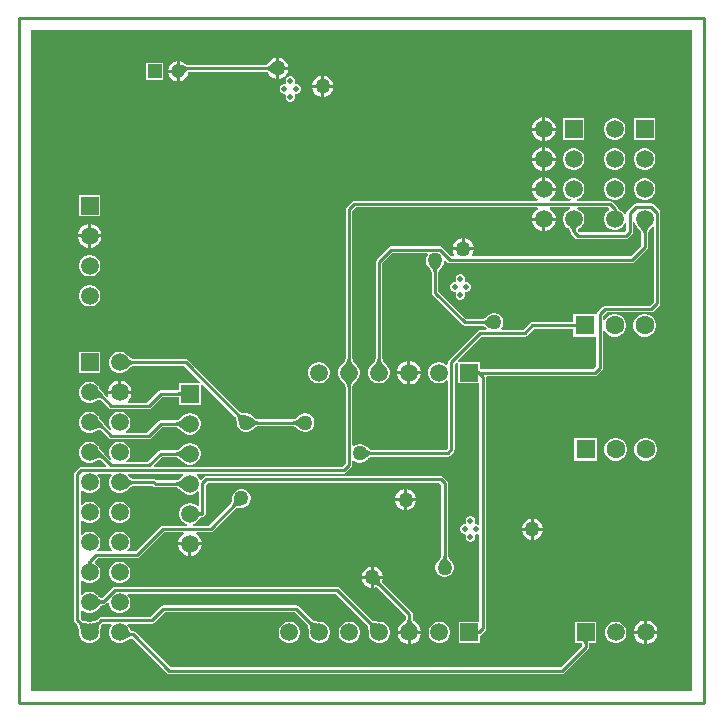
<source format=gbl>
G04*
G04 #@! TF.GenerationSoftware,Altium Limited,Altium Designer,21.8.1 (53)*
G04*
G04 Layer_Physical_Order=2*
G04 Layer_Color=16711680*
%FSLAX25Y25*%
%MOIN*%
G70*
G04*
G04 #@! TF.SameCoordinates,E4828392-D8D7-4BFE-BCB3-11F9E2D346FD*
G04*
G04*
G04 #@! TF.FilePolarity,Positive*
G04*
G01*
G75*
%ADD16C,0.01000*%
%ADD44C,0.05906*%
%ADD45R,0.05906X0.05906*%
%ADD46C,0.06299*%
%ADD47R,0.06299X0.06299*%
%ADD48R,0.04724X0.04724*%
%ADD49C,0.04724*%
%ADD50R,0.05906X0.05906*%
%ADD51C,0.01968*%
%ADD52C,0.05000*%
G36*
X224410Y3937D02*
X3937D01*
Y224410D01*
X224410D01*
Y3937D01*
D02*
G37*
%LPC*%
G36*
X85858Y215196D02*
X85007Y214968D01*
X84209Y214507D01*
X83557Y213855D01*
X83120Y213098D01*
X83095Y213082D01*
X82928Y212994D01*
X82775Y212930D01*
X82638Y212887D01*
X82517Y212864D01*
X82366Y212854D01*
X82313Y212828D01*
X56415D01*
X56358Y212855D01*
X56251Y212860D01*
X56138Y212874D01*
X56012Y212897D01*
X55479Y213055D01*
X55214Y213320D01*
X54448Y213763D01*
X53650Y213977D01*
Y210630D01*
Y207283D01*
X54448Y207497D01*
X55214Y207940D01*
X55840Y208565D01*
X56283Y209332D01*
X56512Y210187D01*
Y210476D01*
X56551Y210497D01*
X56637Y210528D01*
X56738Y210548D01*
X56898Y210558D01*
X56953Y210585D01*
X82313D01*
X82366Y210558D01*
X82517Y210548D01*
X82638Y210525D01*
X82775Y210483D01*
X82928Y210419D01*
X83095Y210331D01*
X83120Y210315D01*
X83557Y209557D01*
X84209Y208906D01*
X85007Y208445D01*
X85858Y208217D01*
Y211706D01*
Y215196D01*
D02*
G37*
G36*
X86858D02*
Y212206D01*
X89848D01*
X89620Y213057D01*
X89159Y213855D01*
X88507Y214507D01*
X87709Y214968D01*
X86858Y215196D01*
D02*
G37*
G36*
X52650Y213977D02*
X51852Y213763D01*
X51085Y213320D01*
X50459Y212694D01*
X50017Y211928D01*
X49803Y211130D01*
X52650D01*
Y213977D01*
D02*
G37*
G36*
X89848Y211206D02*
X86858D01*
Y208217D01*
X87709Y208445D01*
X88507Y208906D01*
X89159Y209557D01*
X89620Y210355D01*
X89848Y211206D01*
D02*
G37*
G36*
X48238Y213592D02*
X42313D01*
Y207668D01*
X48238D01*
Y213592D01*
D02*
G37*
G36*
X52650Y210130D02*
X49803D01*
X50017Y209332D01*
X50459Y208565D01*
X51085Y207940D01*
X51852Y207497D01*
X52650Y207283D01*
Y210130D01*
D02*
G37*
G36*
X101878Y209198D02*
Y206209D01*
X104867D01*
X104639Y207060D01*
X104179Y207858D01*
X103527Y208509D01*
X102729Y208970D01*
X101878Y209198D01*
D02*
G37*
G36*
X100878D02*
X100027Y208970D01*
X99229Y208509D01*
X98577Y207858D01*
X98116Y207060D01*
X97888Y206209D01*
X100878D01*
Y209198D01*
D02*
G37*
G36*
X104867Y205209D02*
X101878D01*
Y202219D01*
X102729Y202447D01*
X103527Y202908D01*
X104179Y203560D01*
X104639Y204358D01*
X104867Y205209D01*
D02*
G37*
G36*
X100878D02*
X97888D01*
X98116Y204358D01*
X98577Y203560D01*
X99229Y202908D01*
X100027Y202447D01*
X100878Y202219D01*
Y205209D01*
D02*
G37*
G36*
X90866Y209065D02*
X90236D01*
X89654Y208823D01*
X89208Y208378D01*
X88967Y207795D01*
Y207165D01*
X89139Y206750D01*
X89024Y206540D01*
X88840Y206322D01*
X88822Y206309D01*
X88268D01*
X87685Y206068D01*
X87240Y205622D01*
X86998Y205040D01*
Y204409D01*
X87240Y203827D01*
X87685Y203381D01*
X88268Y203140D01*
X88822D01*
X88840Y203127D01*
X89024Y202909D01*
X89139Y202699D01*
X88967Y202284D01*
Y201653D01*
X89208Y201071D01*
X89654Y200625D01*
X90236Y200384D01*
X90866D01*
X91448Y200625D01*
X91894Y201071D01*
X92135Y201653D01*
Y202284D01*
X91963Y202699D01*
X92078Y202910D01*
X92262Y203127D01*
X92281Y203140D01*
X92835D01*
X93417Y203381D01*
X93863Y203827D01*
X94104Y204409D01*
Y205040D01*
X93863Y205622D01*
X93417Y206068D01*
X92835Y206309D01*
X92281D01*
X92262Y206322D01*
X92078Y206540D01*
X91963Y206750D01*
X92135Y207165D01*
Y207795D01*
X91894Y208378D01*
X91448Y208823D01*
X90866Y209065D01*
D02*
G37*
G36*
X175560Y195370D02*
X175539D01*
Y191917D01*
X178992D01*
Y191938D01*
X178723Y192943D01*
X178202Y193844D01*
X177466Y194580D01*
X176565Y195101D01*
X175560Y195370D01*
D02*
G37*
G36*
X174539D02*
X174519D01*
X173514Y195101D01*
X172612Y194580D01*
X171876Y193844D01*
X171356Y192943D01*
X171087Y191938D01*
Y191917D01*
X174539D01*
Y195370D01*
D02*
G37*
G36*
X212214Y194970D02*
X205109D01*
Y187865D01*
X212214D01*
Y194970D01*
D02*
G37*
G36*
X199129D02*
X198194D01*
X197290Y194728D01*
X196480Y194260D01*
X195819Y193599D01*
X195351Y192789D01*
X195109Y191885D01*
Y190950D01*
X195351Y190046D01*
X195819Y189236D01*
X196480Y188574D01*
X197290Y188107D01*
X198194Y187865D01*
X199129D01*
X200033Y188107D01*
X200843Y188574D01*
X201504Y189236D01*
X201972Y190046D01*
X202214Y190950D01*
Y191885D01*
X201972Y192789D01*
X201504Y193599D01*
X200843Y194260D01*
X200033Y194728D01*
X199129Y194970D01*
D02*
G37*
G36*
X188592D02*
X181487D01*
Y187865D01*
X188592D01*
Y194970D01*
D02*
G37*
G36*
X178992Y190917D02*
X175539D01*
Y187465D01*
X175560D01*
X176565Y187734D01*
X177466Y188254D01*
X178202Y188990D01*
X178723Y189892D01*
X178992Y190897D01*
Y190917D01*
D02*
G37*
G36*
X174539D02*
X171087D01*
Y190897D01*
X171356Y189892D01*
X171876Y188990D01*
X172612Y188254D01*
X173514Y187734D01*
X174519Y187465D01*
X174539D01*
Y190917D01*
D02*
G37*
G36*
X175560Y185370D02*
X175539D01*
Y181917D01*
X178992D01*
Y181938D01*
X178723Y182943D01*
X178202Y183844D01*
X177466Y184580D01*
X176565Y185101D01*
X175560Y185370D01*
D02*
G37*
G36*
X174539D02*
X174519D01*
X173514Y185101D01*
X172612Y184580D01*
X171876Y183844D01*
X171356Y182943D01*
X171087Y181938D01*
Y181917D01*
X174539D01*
Y185370D01*
D02*
G37*
G36*
X209129Y184970D02*
X208194D01*
X207290Y184728D01*
X206480Y184260D01*
X205819Y183599D01*
X205351Y182789D01*
X205109Y181885D01*
Y180950D01*
X205351Y180046D01*
X205819Y179236D01*
X206480Y178574D01*
X207290Y178107D01*
X208194Y177865D01*
X209129D01*
X210033Y178107D01*
X210843Y178574D01*
X211504Y179236D01*
X211972Y180046D01*
X212214Y180950D01*
Y181885D01*
X211972Y182789D01*
X211504Y183599D01*
X210843Y184260D01*
X210033Y184728D01*
X209129Y184970D01*
D02*
G37*
G36*
X199129D02*
X198194D01*
X197290Y184728D01*
X196480Y184260D01*
X195819Y183599D01*
X195351Y182789D01*
X195109Y181885D01*
Y180950D01*
X195351Y180046D01*
X195819Y179236D01*
X196480Y178574D01*
X197290Y178107D01*
X198194Y177865D01*
X199129D01*
X200033Y178107D01*
X200843Y178574D01*
X201504Y179236D01*
X201972Y180046D01*
X202214Y180950D01*
Y181885D01*
X201972Y182789D01*
X201504Y183599D01*
X200843Y184260D01*
X200033Y184728D01*
X199129Y184970D01*
D02*
G37*
G36*
X185507D02*
X184572D01*
X183668Y184728D01*
X182858Y184260D01*
X182196Y183599D01*
X181729Y182789D01*
X181487Y181885D01*
Y180950D01*
X181729Y180046D01*
X182196Y179236D01*
X182858Y178574D01*
X183668Y178107D01*
X184572Y177865D01*
X185507D01*
X186411Y178107D01*
X187221Y178574D01*
X187882Y179236D01*
X188350Y180046D01*
X188592Y180950D01*
Y181885D01*
X188350Y182789D01*
X187882Y183599D01*
X187221Y184260D01*
X186411Y184728D01*
X185507Y184970D01*
D02*
G37*
G36*
X178992Y180917D02*
X175539D01*
Y177465D01*
X175560D01*
X176565Y177734D01*
X177466Y178254D01*
X178202Y178990D01*
X178723Y179892D01*
X178992Y180897D01*
Y180917D01*
D02*
G37*
G36*
X174539D02*
X171087D01*
Y180897D01*
X171356Y179892D01*
X171876Y178990D01*
X172612Y178254D01*
X173514Y177734D01*
X174519Y177465D01*
X174539D01*
Y180917D01*
D02*
G37*
G36*
X175560Y175370D02*
X175539D01*
Y171917D01*
X178992D01*
Y171938D01*
X178723Y172943D01*
X178202Y173844D01*
X177466Y174580D01*
X176565Y175101D01*
X175560Y175370D01*
D02*
G37*
G36*
X174539D02*
X174519D01*
X173514Y175101D01*
X172612Y174580D01*
X171876Y173844D01*
X171356Y172943D01*
X171087Y171938D01*
Y171917D01*
X174539D01*
Y175370D01*
D02*
G37*
G36*
X209129Y174970D02*
X208194D01*
X207290Y174728D01*
X206480Y174260D01*
X205819Y173599D01*
X205351Y172789D01*
X205109Y171885D01*
Y170950D01*
X205351Y170046D01*
X205819Y169236D01*
X206480Y168574D01*
X207290Y168107D01*
X208194Y167865D01*
X209129D01*
X210033Y168107D01*
X210843Y168574D01*
X211504Y169236D01*
X211972Y170046D01*
X212214Y170950D01*
Y171885D01*
X211972Y172789D01*
X211504Y173599D01*
X210843Y174260D01*
X210033Y174728D01*
X209129Y174970D01*
D02*
G37*
G36*
X199129D02*
X198194D01*
X197290Y174728D01*
X196480Y174260D01*
X195819Y173599D01*
X195351Y172789D01*
X195109Y171885D01*
Y170950D01*
X195351Y170046D01*
X195819Y169236D01*
X196480Y168574D01*
X197290Y168107D01*
X198194Y167865D01*
X199129D01*
X200033Y168107D01*
X200843Y168574D01*
X201504Y169236D01*
X201972Y170046D01*
X202214Y170950D01*
Y171885D01*
X201972Y172789D01*
X201504Y173599D01*
X200843Y174260D01*
X200033Y174728D01*
X199129Y174970D01*
D02*
G37*
G36*
X185507D02*
X184572D01*
X183668Y174728D01*
X182858Y174260D01*
X182196Y173599D01*
X181729Y172789D01*
X181487Y171885D01*
Y170950D01*
X181729Y170046D01*
X182196Y169236D01*
X182858Y168574D01*
X183668Y168107D01*
X183962Y168028D01*
X183896Y167528D01*
X177208D01*
X177074Y168028D01*
X177466Y168254D01*
X178202Y168990D01*
X178723Y169892D01*
X178992Y170897D01*
Y170917D01*
X175039D01*
X171087D01*
Y170897D01*
X171356Y169892D01*
X171876Y168990D01*
X172612Y168254D01*
X173004Y168028D01*
X172871Y167528D01*
X111879D01*
X111450Y167443D01*
X111086Y167199D01*
X111086Y167199D01*
X109286Y165399D01*
X109043Y165035D01*
X108957Y164606D01*
X108957Y164606D01*
Y115018D01*
X108931Y114966D01*
X108919Y114797D01*
X108888Y114655D01*
X108833Y114489D01*
X108748Y114301D01*
X108631Y114093D01*
X108483Y113867D01*
X108306Y113630D01*
X107833Y113089D01*
X107549Y112801D01*
X107502Y112683D01*
X107236Y112418D01*
X106768Y111608D01*
X106526Y110704D01*
Y109769D01*
X106768Y108865D01*
X107236Y108055D01*
X107502Y107789D01*
X107549Y107672D01*
X107833Y107384D01*
X108306Y106842D01*
X108483Y106606D01*
X108631Y106379D01*
X108748Y106171D01*
X108833Y105983D01*
X108888Y105818D01*
X108919Y105675D01*
X108931Y105507D01*
X108957Y105455D01*
Y79862D01*
X107892Y78796D01*
X45236D01*
X45044Y79258D01*
X47814Y82028D01*
X52305D01*
X52357Y82002D01*
X52526Y81990D01*
X52668Y81959D01*
X52834Y81904D01*
X53022Y81819D01*
X53230Y81702D01*
X53456Y81554D01*
X53693Y81377D01*
X54234Y80904D01*
X54522Y80620D01*
X54639Y80573D01*
X54905Y80307D01*
X55715Y79839D01*
X56619Y79597D01*
X57554D01*
X58458Y79839D01*
X59268Y80307D01*
X59930Y80968D01*
X60397Y81778D01*
X60639Y82682D01*
Y83617D01*
X60397Y84521D01*
X59930Y85331D01*
X59268Y85993D01*
X58458Y86460D01*
X57554Y86702D01*
X56619D01*
X55715Y86460D01*
X54905Y85993D01*
X54639Y85727D01*
X54522Y85679D01*
X54234Y85395D01*
X53693Y84923D01*
X53456Y84746D01*
X53230Y84597D01*
X53022Y84481D01*
X52834Y84396D01*
X52668Y84340D01*
X52526Y84310D01*
X52357Y84297D01*
X52305Y84271D01*
X47350D01*
X46920Y84186D01*
X46557Y83943D01*
X46557Y83943D01*
X43010Y80396D01*
X36087D01*
X35921Y80897D01*
X36465Y81441D01*
X36933Y82251D01*
X37175Y83154D01*
Y84090D01*
X36933Y84993D01*
X36465Y85804D01*
X35803Y86465D01*
X34993Y86933D01*
X34090Y87175D01*
X33154D01*
X32251Y86933D01*
X31441Y86465D01*
X30779Y85804D01*
X30312Y84993D01*
X30069Y84090D01*
Y83154D01*
X30312Y82251D01*
X30779Y81441D01*
X30424Y81090D01*
X28664Y82851D01*
X28639Y82915D01*
X28507Y83053D01*
X26882Y85222D01*
X26637Y85593D01*
X26620Y85605D01*
X26615Y85625D01*
X26544Y85667D01*
X26465Y85804D01*
X25804Y86465D01*
X24993Y86933D01*
X24090Y87175D01*
X23154D01*
X22251Y86933D01*
X21441Y86465D01*
X20779Y85804D01*
X20312Y84993D01*
X20069Y84090D01*
Y83154D01*
X20312Y82251D01*
X20779Y81441D01*
X21441Y80779D01*
X22251Y80312D01*
X23154Y80069D01*
X24090D01*
X24993Y80312D01*
X25804Y80779D01*
X25867Y80843D01*
X25932Y80860D01*
X25936Y80867D01*
X25944Y80869D01*
X26164Y81042D01*
X26344Y81157D01*
X26501Y81234D01*
X26634Y81277D01*
X26743Y81294D01*
X26835Y81291D01*
X26923Y81272D01*
X27016Y81232D01*
X27123Y81163D01*
X27274Y81031D01*
X27331Y81011D01*
X29084Y79258D01*
X28892Y78796D01*
X20856D01*
X20856Y78796D01*
X20427Y78711D01*
X20063Y78468D01*
X20063Y78468D01*
X18713Y77118D01*
X18470Y76754D01*
X18385Y76325D01*
X18385Y76325D01*
Y27738D01*
X18385Y27738D01*
X18470Y27309D01*
X18713Y26945D01*
X19448Y26210D01*
X19466Y26155D01*
X19577Y26027D01*
X19656Y25905D01*
X19734Y25748D01*
X19806Y25555D01*
X19871Y25326D01*
X19926Y25061D01*
X19968Y24768D01*
X20017Y24051D01*
X20020Y23647D01*
X20069Y23530D01*
Y23154D01*
X20312Y22251D01*
X20779Y21441D01*
X21441Y20779D01*
X22251Y20312D01*
X23154Y20069D01*
X24090D01*
X24993Y20312D01*
X25804Y20779D01*
X26465Y21441D01*
X26933Y22251D01*
X27175Y23154D01*
Y23646D01*
X27221Y23760D01*
X27216Y24544D01*
X27237Y24865D01*
X27272Y25159D01*
X27320Y25419D01*
X27380Y25644D01*
X27449Y25833D01*
X27524Y25987D01*
X27603Y26109D01*
X27716Y26240D01*
X27734Y26295D01*
X28024Y26585D01*
X30853D01*
X31060Y26085D01*
X30779Y25804D01*
X30312Y24993D01*
X30069Y24090D01*
Y23154D01*
X30312Y22251D01*
X30779Y21441D01*
X31441Y20779D01*
X32251Y20312D01*
X33154Y20069D01*
X34090D01*
X34993Y20312D01*
X35741Y20743D01*
X35793Y20752D01*
X35807Y20772D01*
X35831Y20777D01*
X36382Y21176D01*
X36625Y21327D01*
X36863Y21458D01*
X37092Y21567D01*
X37310Y21653D01*
X37517Y21719D01*
X37681Y21756D01*
X49404Y10034D01*
X49404Y10034D01*
X49768Y9791D01*
X50197Y9705D01*
X181102D01*
X181102Y9705D01*
X181532Y9791D01*
X181895Y10034D01*
X189769Y17908D01*
X189769Y17908D01*
X190013Y18271D01*
X190098Y18701D01*
Y19602D01*
X190126Y19664D01*
X190130Y19834D01*
X190141Y19959D01*
X190157Y20053D01*
X190161Y20069D01*
X192529D01*
Y27175D01*
X185424D01*
Y20069D01*
X187792D01*
X187796Y20053D01*
X187812Y19959D01*
X187823Y19834D01*
X187827Y19664D01*
X187855Y19602D01*
Y19165D01*
X180638Y11948D01*
X50661D01*
X38868Y23742D01*
X38504Y23985D01*
X38236Y24038D01*
X38118Y24097D01*
X37947Y24108D01*
X37828Y24133D01*
X37714Y24174D01*
X37601Y24234D01*
X37485Y24316D01*
X37366Y24424D01*
X37244Y24562D01*
X37120Y24731D01*
X36997Y24933D01*
X36867Y25185D01*
X36846Y25203D01*
X36842Y25230D01*
X36764Y25286D01*
X36465Y25804D01*
X36184Y26085D01*
X36391Y26585D01*
X44438D01*
X44439Y26585D01*
X44868Y26670D01*
X45232Y26913D01*
X48693Y30375D01*
X92055D01*
X96129Y26301D01*
X96147Y26246D01*
X96260Y26115D01*
X96339Y25993D01*
X96414Y25839D01*
X96483Y25649D01*
X96542Y25425D01*
X96590Y25166D01*
X96624Y24880D01*
X96649Y24178D01*
X96638Y23782D01*
X96684Y23661D01*
Y23154D01*
X96926Y22251D01*
X97393Y21441D01*
X98055Y20779D01*
X98865Y20312D01*
X99769Y20069D01*
X100704D01*
X101608Y20312D01*
X102418Y20779D01*
X103079Y21441D01*
X103547Y22251D01*
X103789Y23154D01*
Y24090D01*
X103547Y24993D01*
X103079Y25804D01*
X102418Y26465D01*
X101608Y26933D01*
X100704Y27175D01*
X100449D01*
X100347Y27222D01*
X99933Y27241D01*
X99203Y27314D01*
X98903Y27365D01*
X98633Y27427D01*
X98399Y27497D01*
X98203Y27574D01*
X98045Y27654D01*
X97923Y27733D01*
X97797Y27841D01*
X97742Y27860D01*
X93313Y32289D01*
X92949Y32532D01*
X92520Y32618D01*
X92520Y32618D01*
X48228D01*
X48228Y32618D01*
X47799Y32532D01*
X47435Y32289D01*
X43974Y28828D01*
X27559D01*
X27130Y28743D01*
X26766Y28499D01*
X26766Y28499D01*
X26122Y27856D01*
X26067Y27837D01*
X25942Y27729D01*
X25820Y27649D01*
X25662Y27570D01*
X25465Y27493D01*
X25232Y27423D01*
X24962Y27362D01*
X24663Y27311D01*
X23933Y27240D01*
X23560Y27224D01*
X23193Y27227D01*
X22476Y27276D01*
X22183Y27318D01*
X21918Y27373D01*
X21689Y27438D01*
X21496Y27510D01*
X21339Y27588D01*
X21217Y27667D01*
X21089Y27778D01*
X21034Y27796D01*
X20628Y28203D01*
Y30885D01*
X21128Y31092D01*
X21441Y30779D01*
X22251Y30312D01*
X23154Y30069D01*
X24090D01*
X24993Y30312D01*
X25804Y30779D01*
X26465Y31441D01*
X26535Y31561D01*
X26587Y31587D01*
X26600Y31625D01*
X26634Y31646D01*
X26791Y31873D01*
X26937Y32054D01*
X27082Y32208D01*
X27226Y32336D01*
X27367Y32439D01*
X27506Y32520D01*
X27644Y32580D01*
X27783Y32622D01*
X27925Y32647D01*
X28112Y32658D01*
X28232Y32716D01*
X28504Y32770D01*
X28868Y33013D01*
X29569Y33715D01*
X30069Y33508D01*
Y33154D01*
X30312Y32251D01*
X30779Y31441D01*
X31441Y30779D01*
X32251Y30312D01*
X33154Y30069D01*
X34090D01*
X34993Y30312D01*
X35803Y30779D01*
X36465Y31441D01*
X36933Y32251D01*
X37175Y33154D01*
Y34090D01*
X36933Y34993D01*
X36465Y35803D01*
X36215Y36053D01*
X36422Y36553D01*
X105719D01*
X116062Y26210D01*
X116080Y26155D01*
X116191Y26027D01*
X116270Y25905D01*
X116348Y25748D01*
X116421Y25555D01*
X116486Y25326D01*
X116540Y25061D01*
X116583Y24768D01*
X116631Y24051D01*
X116634Y23647D01*
X116683Y23530D01*
Y23154D01*
X116926Y22251D01*
X117393Y21441D01*
X118055Y20779D01*
X118865Y20312D01*
X119769Y20069D01*
X120704D01*
X121608Y20312D01*
X122418Y20779D01*
X123079Y21441D01*
X123547Y22251D01*
X123789Y23154D01*
Y24090D01*
X123547Y24993D01*
X123079Y25804D01*
X122418Y26465D01*
X121608Y26933D01*
X120704Y27175D01*
X120328D01*
X120212Y27224D01*
X119807Y27227D01*
X119090Y27276D01*
X118798Y27318D01*
X118532Y27373D01*
X118303Y27438D01*
X118110Y27510D01*
X117954Y27588D01*
X117832Y27667D01*
X117703Y27778D01*
X117648Y27796D01*
X106977Y38468D01*
X106613Y38711D01*
X106184Y38796D01*
X106184Y38796D01*
X31943D01*
X31514Y38711D01*
X31150Y38468D01*
X31150Y38468D01*
X27689Y35007D01*
X27587Y35034D01*
X27423Y35097D01*
X27257Y35179D01*
X27087Y35284D01*
X26914Y35411D01*
X26737Y35563D01*
X26559Y35740D01*
X26366Y35956D01*
X26329Y35974D01*
X26311Y36010D01*
X26231Y36038D01*
X25804Y36465D01*
X24993Y36933D01*
X24090Y37175D01*
X23154D01*
X22251Y36933D01*
X21441Y36465D01*
X21128Y36152D01*
X20628Y36359D01*
Y40885D01*
X21128Y41092D01*
X21441Y40779D01*
X22251Y40312D01*
X23154Y40069D01*
X24090D01*
X24993Y40312D01*
X25804Y40779D01*
X26465Y41441D01*
X26933Y42251D01*
X27175Y43154D01*
Y44090D01*
X26933Y44993D01*
X26465Y45803D01*
X25804Y46465D01*
X25363Y46720D01*
X25280Y47344D01*
X26321Y48385D01*
X39456D01*
X39456Y48385D01*
X39886Y48470D01*
X40249Y48713D01*
X48521Y56985D01*
X54824D01*
X54958Y56485D01*
X54660Y56313D01*
X53924Y55577D01*
X53403Y54675D01*
X53134Y53670D01*
Y53650D01*
X57087D01*
X61039D01*
Y53670D01*
X60770Y54675D01*
X60250Y55577D01*
X59514Y56313D01*
X59216Y56485D01*
X59350Y56985D01*
X63956D01*
X63956Y56985D01*
X64385Y57070D01*
X64749Y57313D01*
X72139Y64702D01*
X72195Y64722D01*
X72309Y64821D01*
X72411Y64891D01*
X72538Y64958D01*
X72691Y65020D01*
X72872Y65076D01*
X73079Y65124D01*
X73306Y65160D01*
X73870Y65204D01*
X74188Y65207D01*
X74303Y65256D01*
X74614D01*
X75403Y65468D01*
X76110Y65876D01*
X76687Y66453D01*
X77095Y67160D01*
X77306Y67948D01*
Y68764D01*
X77095Y69553D01*
X76687Y70260D01*
X76110Y70837D01*
X75403Y71245D01*
X74614Y71456D01*
X73798D01*
X73010Y71245D01*
X72303Y70837D01*
X71726Y70260D01*
X71318Y69553D01*
X71106Y68764D01*
Y68460D01*
X71057Y68351D01*
X71038Y67718D01*
X71012Y67464D01*
X70974Y67229D01*
X70926Y67022D01*
X70870Y66841D01*
X70808Y66688D01*
X70741Y66561D01*
X70671Y66459D01*
X70572Y66345D01*
X70552Y66289D01*
X63492Y59228D01*
X58109D01*
X58043Y59728D01*
X58458Y59839D01*
X59268Y60307D01*
X59930Y60968D01*
X60200Y61436D01*
X60224Y61446D01*
X60261Y61536D01*
X60337Y61599D01*
X60394Y61706D01*
X60437Y61766D01*
X60482Y61816D01*
X60532Y61858D01*
X60589Y61895D01*
X60658Y61928D01*
X60743Y61957D01*
X60845Y61979D01*
X60966Y61994D01*
X61131Y62001D01*
X61255Y62058D01*
X61536Y62113D01*
X61899Y62357D01*
X61999Y62457D01*
X61999Y62457D01*
X62243Y62821D01*
X62328Y63250D01*
X62328Y63250D01*
Y72892D01*
X63021Y73585D01*
X140192D01*
X140885Y72892D01*
Y49252D01*
X140858Y49198D01*
X140848Y49048D01*
X140825Y48926D01*
X140783Y48789D01*
X140719Y48637D01*
X140631Y48470D01*
X140517Y48289D01*
X140383Y48103D01*
X140015Y47673D01*
X139793Y47446D01*
X139746Y47330D01*
X139526Y47110D01*
X139118Y46403D01*
X138906Y45614D01*
Y44798D01*
X139118Y44010D01*
X139526Y43303D01*
X140103Y42726D01*
X140810Y42318D01*
X141598Y42106D01*
X142414D01*
X143203Y42318D01*
X143910Y42726D01*
X144487Y43303D01*
X144895Y44010D01*
X145106Y44798D01*
Y45614D01*
X144895Y46403D01*
X144487Y47110D01*
X144272Y47325D01*
X144229Y47436D01*
X143796Y47898D01*
X143634Y48096D01*
X143495Y48289D01*
X143382Y48470D01*
X143294Y48637D01*
X143230Y48789D01*
X143187Y48926D01*
X143164Y49048D01*
X143154Y49198D01*
X143128Y49252D01*
Y73356D01*
X143128Y73356D01*
X143043Y73786D01*
X142799Y74149D01*
X142799Y74149D01*
X141449Y75499D01*
X141086Y75743D01*
X140656Y75828D01*
X140656Y75828D01*
X62556D01*
X62556Y75828D01*
X62127Y75743D01*
X61763Y75499D01*
X61763Y75499D01*
X60854Y74590D01*
X60280Y74724D01*
X59930Y75331D01*
X59268Y75993D01*
X59163Y76053D01*
X59297Y76553D01*
X108356D01*
X108356Y76553D01*
X108785Y76639D01*
X109149Y76882D01*
X110872Y78604D01*
X110872Y78604D01*
X111115Y78968D01*
X111200Y79397D01*
X111200Y79397D01*
Y80771D01*
X111700Y80978D01*
X111803Y80876D01*
X112510Y80468D01*
X113298Y80256D01*
X114114D01*
X114903Y80468D01*
X115610Y80876D01*
X115825Y81091D01*
X115937Y81133D01*
X116398Y81567D01*
X116596Y81728D01*
X116789Y81867D01*
X116970Y81981D01*
X117137Y82069D01*
X117289Y82133D01*
X117426Y82175D01*
X117548Y82198D01*
X117698Y82208D01*
X117752Y82235D01*
X142956D01*
X142956Y82235D01*
X143386Y82320D01*
X143749Y82563D01*
X144999Y83813D01*
X144999Y83813D01*
X145243Y84177D01*
X145328Y84606D01*
X145328Y84606D01*
Y113230D01*
X145932Y113834D01*
X146074Y113837D01*
X146526Y113409D01*
X146526Y113317D01*
Y106684D01*
X153585D01*
Y59902D01*
X153085Y59568D01*
X152874Y59655D01*
X152320D01*
X152302Y59668D01*
X152118Y59886D01*
X152003Y60097D01*
X152175Y60512D01*
Y61142D01*
X151934Y61724D01*
X151488Y62170D01*
X150906Y62411D01*
X150275D01*
X149693Y62170D01*
X149247Y61724D01*
X149006Y61142D01*
Y60512D01*
X149178Y60097D01*
X149064Y59887D01*
X148879Y59668D01*
X148861Y59655D01*
X148307D01*
X147725Y59414D01*
X147279Y58968D01*
X147038Y58386D01*
Y57756D01*
X147279Y57174D01*
X147725Y56728D01*
X148307Y56487D01*
X148861D01*
X148880Y56473D01*
X149063Y56256D01*
X149178Y56045D01*
X149006Y55630D01*
Y55000D01*
X149247Y54418D01*
X149693Y53972D01*
X150275Y53731D01*
X150906D01*
X151488Y53972D01*
X151934Y54418D01*
X152175Y55000D01*
Y55630D01*
X152003Y56045D01*
X152118Y56256D01*
X152301Y56473D01*
X152320Y56487D01*
X152874D01*
X153085Y56574D01*
X153585Y56240D01*
Y27175D01*
X146684D01*
Y20069D01*
X153789D01*
Y22588D01*
X154149Y22829D01*
X155499Y24179D01*
X155499Y24179D01*
X155743Y24543D01*
X155828Y24972D01*
X155828Y24972D01*
Y108886D01*
X155828Y108886D01*
X156015Y109115D01*
X192106D01*
X192106Y109115D01*
X192535Y109200D01*
X192899Y109443D01*
X194499Y111043D01*
X194499Y111043D01*
X194743Y111407D01*
X194828Y111836D01*
X194828Y111836D01*
Y124125D01*
X195328Y124259D01*
X195661Y123682D01*
X196359Y122984D01*
X197214Y122490D01*
X198168Y122235D01*
X199155D01*
X200109Y122490D01*
X200964Y122984D01*
X201662Y123682D01*
X202156Y124537D01*
X202411Y125491D01*
Y126478D01*
X202156Y127432D01*
X201662Y128287D01*
X200964Y128985D01*
X200109Y129478D01*
X199155Y129734D01*
X198168D01*
X197214Y129478D01*
X196359Y128985D01*
X195661Y128287D01*
X195328Y127709D01*
X194828Y127843D01*
Y129142D01*
X195971Y130285D01*
X210856D01*
X210856Y130285D01*
X211285Y130370D01*
X211649Y130613D01*
X213599Y132563D01*
X213599Y132563D01*
X213843Y132927D01*
X213928Y133356D01*
X213928Y133356D01*
Y163556D01*
X213928Y163556D01*
X213843Y163986D01*
X213599Y164349D01*
X213599Y164349D01*
X211649Y166299D01*
X211285Y166542D01*
X210856Y166628D01*
X210856Y166628D01*
X205756D01*
X205756Y166628D01*
X205327Y166542D01*
X204963Y166299D01*
X202813Y164149D01*
X202570Y163786D01*
X202485Y163356D01*
X202485Y163356D01*
Y162807D01*
X201985Y162742D01*
X201972Y162789D01*
X201504Y163599D01*
X200843Y164260D01*
X200033Y164728D01*
X199811Y164787D01*
X199811Y164855D01*
X199757Y164984D01*
X199698Y165280D01*
X199455Y165644D01*
X199454Y165644D01*
X197899Y167199D01*
X197536Y167443D01*
X197106Y167528D01*
X197106Y167528D01*
X186182D01*
X186117Y168028D01*
X186411Y168107D01*
X187221Y168574D01*
X187882Y169236D01*
X188350Y170046D01*
X188592Y170950D01*
Y171885D01*
X188350Y172789D01*
X187882Y173599D01*
X187221Y174260D01*
X186411Y174728D01*
X185507Y174970D01*
D02*
G37*
G36*
X27175Y169379D02*
X20069D01*
Y162274D01*
X27175D01*
Y169379D01*
D02*
G37*
G36*
X24142Y159779D02*
X24122D01*
Y156327D01*
X27575D01*
Y156347D01*
X27305Y157352D01*
X26785Y158254D01*
X26049Y158990D01*
X25148Y159510D01*
X24142Y159779D01*
D02*
G37*
G36*
X23122D02*
X23102D01*
X22096Y159510D01*
X21195Y158990D01*
X20459Y158254D01*
X19939Y157352D01*
X19669Y156347D01*
Y156327D01*
X23122D01*
Y159779D01*
D02*
G37*
G36*
X27575Y155327D02*
X24122D01*
Y151874D01*
X24142D01*
X25148Y152143D01*
X26049Y152664D01*
X26785Y153400D01*
X27305Y154301D01*
X27575Y155306D01*
Y155327D01*
D02*
G37*
G36*
X23122D02*
X19669D01*
Y155306D01*
X19939Y154301D01*
X20459Y153400D01*
X21195Y152664D01*
X22096Y152143D01*
X23102Y151874D01*
X23122D01*
Y155327D01*
D02*
G37*
G36*
X24090Y149379D02*
X23154D01*
X22251Y149137D01*
X21441Y148670D01*
X20779Y148008D01*
X20312Y147198D01*
X20069Y146294D01*
Y145359D01*
X20312Y144455D01*
X20779Y143645D01*
X21441Y142984D01*
X22251Y142516D01*
X23154Y142274D01*
X24090D01*
X24993Y142516D01*
X25804Y142984D01*
X26465Y143645D01*
X26933Y144455D01*
X27175Y145359D01*
Y146294D01*
X26933Y147198D01*
X26465Y148008D01*
X25804Y148670D01*
X24993Y149137D01*
X24090Y149379D01*
D02*
G37*
G36*
Y139379D02*
X23154D01*
X22251Y139137D01*
X21441Y138670D01*
X20779Y138008D01*
X20312Y137198D01*
X20069Y136294D01*
Y135359D01*
X20312Y134455D01*
X20779Y133645D01*
X21441Y132984D01*
X22251Y132516D01*
X23154Y132274D01*
X24090D01*
X24993Y132516D01*
X25804Y132984D01*
X26465Y133645D01*
X26933Y134455D01*
X27175Y135359D01*
Y136294D01*
X26933Y137198D01*
X26465Y138008D01*
X25804Y138670D01*
X24993Y139137D01*
X24090Y139379D01*
D02*
G37*
G36*
X209155Y129734D02*
X208168D01*
X207214Y129478D01*
X206359Y128985D01*
X205661Y128287D01*
X205167Y127432D01*
X204912Y126478D01*
Y125491D01*
X205167Y124537D01*
X205661Y123682D01*
X206359Y122984D01*
X207214Y122490D01*
X208168Y122235D01*
X209155D01*
X210109Y122490D01*
X210964Y122984D01*
X211662Y123682D01*
X212156Y124537D01*
X212411Y125491D01*
Y126478D01*
X212156Y127432D01*
X211662Y128287D01*
X210964Y128985D01*
X210109Y129478D01*
X209155Y129734D01*
D02*
G37*
G36*
X27175Y117175D02*
X20069D01*
Y110069D01*
X27175D01*
Y117175D01*
D02*
G37*
G36*
X100546Y113789D02*
X99611D01*
X98707Y113547D01*
X97897Y113079D01*
X97236Y112418D01*
X96768Y111608D01*
X96526Y110704D01*
Y109769D01*
X96768Y108865D01*
X97236Y108055D01*
X97897Y107393D01*
X98707Y106926D01*
X99611Y106684D01*
X100546D01*
X101450Y106926D01*
X102260Y107393D01*
X102922Y108055D01*
X103389Y108865D01*
X103631Y109769D01*
Y110704D01*
X103389Y111608D01*
X102922Y112418D01*
X102260Y113079D01*
X101450Y113547D01*
X100546Y113789D01*
D02*
G37*
G36*
X34090Y117175D02*
X33154D01*
X32251Y116933D01*
X31441Y116465D01*
X30779Y115804D01*
X30312Y114993D01*
X30069Y114090D01*
Y113154D01*
X30312Y112251D01*
X30779Y111441D01*
X31441Y110779D01*
X32251Y110311D01*
X33154Y110069D01*
X34090D01*
X34993Y110311D01*
X35803Y110779D01*
X36069Y111045D01*
X36187Y111092D01*
X36475Y111377D01*
X37016Y111849D01*
X37253Y112026D01*
X37479Y112175D01*
X37687Y112291D01*
X37875Y112376D01*
X38041Y112432D01*
X38183Y112462D01*
X38352Y112474D01*
X38404Y112501D01*
X55205D01*
X60503Y107202D01*
X60296Y106702D01*
X53534D01*
Y104333D01*
X53526Y104330D01*
X53429Y104314D01*
X53302Y104303D01*
X53129Y104299D01*
X53067Y104271D01*
X47350D01*
X47350Y104271D01*
X46920Y104186D01*
X46557Y103943D01*
X46557Y103943D01*
X42842Y100228D01*
X36525D01*
X36318Y100728D01*
X36785Y101195D01*
X37306Y102096D01*
X37575Y103102D01*
Y103122D01*
X33622D01*
X29669D01*
Y103102D01*
X29870Y102351D01*
X29422Y102092D01*
X28664Y102851D01*
X28639Y102915D01*
X28507Y103053D01*
X26882Y105222D01*
X26637Y105593D01*
X26620Y105605D01*
X26615Y105625D01*
X26544Y105667D01*
X26465Y105804D01*
X25804Y106465D01*
X24993Y106933D01*
X24090Y107175D01*
X23154D01*
X22251Y106933D01*
X21441Y106465D01*
X20779Y105804D01*
X20312Y104993D01*
X20069Y104090D01*
Y103154D01*
X20312Y102251D01*
X20779Y101441D01*
X21441Y100779D01*
X22251Y100312D01*
X23154Y100069D01*
X24090D01*
X24993Y100312D01*
X25804Y100779D01*
X25867Y100843D01*
X25932Y100860D01*
X25936Y100867D01*
X25944Y100869D01*
X26164Y101042D01*
X26344Y101157D01*
X26501Y101234D01*
X26634Y101277D01*
X26743Y101294D01*
X26835Y101291D01*
X26923Y101272D01*
X27016Y101232D01*
X27123Y101163D01*
X27274Y101031D01*
X27331Y101011D01*
X30029Y98313D01*
X30029Y98313D01*
X30393Y98070D01*
X30822Y97985D01*
X30822Y97985D01*
X43306D01*
X43306Y97985D01*
X43736Y98070D01*
X44099Y98313D01*
X47814Y102028D01*
X53067D01*
X53129Y102000D01*
X53302Y101996D01*
X53429Y101985D01*
X53526Y101969D01*
X53534Y101967D01*
Y99597D01*
X60639D01*
Y106359D01*
X61139Y106566D01*
X72134Y95572D01*
X72153Y95515D01*
X72252Y95401D01*
X72322Y95299D01*
X72389Y95172D01*
X72451Y95019D01*
X72507Y94839D01*
X72555Y94631D01*
X72591Y94404D01*
X72635Y93840D01*
X72638Y93523D01*
X72687Y93407D01*
Y93096D01*
X72899Y92307D01*
X73307Y91601D01*
X73884Y91023D01*
X74591Y90615D01*
X75379Y90404D01*
X76196D01*
X76984Y90615D01*
X77691Y91023D01*
X77906Y91239D01*
X78018Y91281D01*
X78479Y91715D01*
X78677Y91876D01*
X78870Y92015D01*
X79051Y92128D01*
X79218Y92216D01*
X79370Y92281D01*
X79507Y92323D01*
X79629Y92346D01*
X79779Y92356D01*
X79833Y92382D01*
X91427D01*
X91480Y92356D01*
X91631Y92346D01*
X91753Y92323D01*
X91890Y92280D01*
X92042Y92216D01*
X92209Y92128D01*
X92390Y92015D01*
X92576Y91881D01*
X93006Y91512D01*
X93232Y91290D01*
X93349Y91243D01*
X93569Y91023D01*
X94276Y90615D01*
X95064Y90404D01*
X95881D01*
X96669Y90615D01*
X97376Y91023D01*
X97953Y91601D01*
X98361Y92307D01*
X98572Y93096D01*
Y93912D01*
X98361Y94700D01*
X97953Y95407D01*
X97376Y95985D01*
X96669Y96393D01*
X95881Y96604D01*
X95064D01*
X94276Y96393D01*
X93569Y95985D01*
X93354Y95769D01*
X93242Y95727D01*
X92781Y95293D01*
X92582Y95132D01*
X92390Y94993D01*
X92209Y94880D01*
X92042Y94792D01*
X91890Y94727D01*
X91753Y94685D01*
X91631Y94662D01*
X91480Y94652D01*
X91427Y94626D01*
X79833D01*
X79779Y94652D01*
X79629Y94662D01*
X79507Y94685D01*
X79370Y94727D01*
X79218Y94792D01*
X79051Y94880D01*
X78870Y94993D01*
X78684Y95127D01*
X78254Y95496D01*
X78027Y95718D01*
X77911Y95765D01*
X77691Y95985D01*
X76984Y96393D01*
X76196Y96604D01*
X75891D01*
X75782Y96653D01*
X75149Y96672D01*
X74895Y96699D01*
X74660Y96737D01*
X74453Y96784D01*
X74272Y96840D01*
X74119Y96903D01*
X73992Y96969D01*
X73890Y97039D01*
X73776Y97139D01*
X73720Y97158D01*
X56462Y114415D01*
X56098Y114658D01*
X55669Y114744D01*
X55669Y114744D01*
X38404D01*
X38352Y114770D01*
X38183Y114782D01*
X38041Y114812D01*
X37875Y114868D01*
X37687Y114953D01*
X37479Y115069D01*
X37253Y115218D01*
X37016Y115395D01*
X36475Y115868D01*
X36187Y116152D01*
X36069Y116199D01*
X35803Y116465D01*
X34993Y116933D01*
X34090Y117175D01*
D02*
G37*
G36*
X34143Y107575D02*
X34122D01*
Y104122D01*
X37575D01*
Y104142D01*
X37306Y105148D01*
X36785Y106049D01*
X36049Y106785D01*
X35148Y107306D01*
X34143Y107575D01*
D02*
G37*
G36*
X33122D02*
X33102D01*
X32096Y107306D01*
X31195Y106785D01*
X30459Y106049D01*
X29939Y105148D01*
X29669Y104142D01*
Y104122D01*
X33122D01*
Y107575D01*
D02*
G37*
G36*
X34090Y97175D02*
X33154D01*
X32251Y96933D01*
X31441Y96465D01*
X30779Y95803D01*
X30312Y94993D01*
X30069Y94090D01*
Y93154D01*
X30312Y92251D01*
X30779Y91441D01*
X30424Y91090D01*
X28664Y92851D01*
X28639Y92915D01*
X28507Y93053D01*
X26882Y95222D01*
X26637Y95593D01*
X26620Y95605D01*
X26615Y95625D01*
X26544Y95667D01*
X26465Y95803D01*
X25804Y96465D01*
X24993Y96933D01*
X24090Y97175D01*
X23154D01*
X22251Y96933D01*
X21441Y96465D01*
X20779Y95803D01*
X20312Y94993D01*
X20069Y94090D01*
Y93154D01*
X20312Y92251D01*
X20779Y91441D01*
X21441Y90779D01*
X22251Y90311D01*
X23154Y90069D01*
X24090D01*
X24993Y90311D01*
X25804Y90779D01*
X25867Y90843D01*
X25932Y90860D01*
X25936Y90867D01*
X25944Y90869D01*
X26164Y91042D01*
X26344Y91157D01*
X26501Y91234D01*
X26634Y91277D01*
X26743Y91294D01*
X26835Y91291D01*
X26923Y91272D01*
X27016Y91232D01*
X27123Y91163D01*
X27274Y91031D01*
X27331Y91011D01*
X30029Y88313D01*
X30029Y88313D01*
X30393Y88070D01*
X30822Y87985D01*
X30822Y87985D01*
X43306D01*
X43306Y87985D01*
X43736Y88070D01*
X44099Y88313D01*
X47814Y92028D01*
X52305D01*
X52357Y92002D01*
X52526Y91990D01*
X52668Y91960D01*
X52834Y91904D01*
X53022Y91819D01*
X53230Y91702D01*
X53456Y91554D01*
X53693Y91377D01*
X54234Y90904D01*
X54522Y90620D01*
X54639Y90573D01*
X54905Y90307D01*
X55715Y89839D01*
X56619Y89597D01*
X57554D01*
X58458Y89839D01*
X59268Y90307D01*
X59930Y90968D01*
X60397Y91778D01*
X60639Y92682D01*
Y93617D01*
X60397Y94521D01*
X59930Y95331D01*
X59268Y95993D01*
X58458Y96460D01*
X57554Y96702D01*
X56619D01*
X55715Y96460D01*
X54905Y95993D01*
X54639Y95727D01*
X54522Y95679D01*
X54234Y95395D01*
X53693Y94923D01*
X53456Y94746D01*
X53230Y94597D01*
X53022Y94481D01*
X52834Y94396D01*
X52668Y94340D01*
X52526Y94310D01*
X52357Y94297D01*
X52305Y94271D01*
X47350D01*
X47350Y94271D01*
X46920Y94186D01*
X46557Y93943D01*
X46557Y93943D01*
X42842Y90228D01*
X35849D01*
X35715Y90728D01*
X35803Y90779D01*
X36465Y91441D01*
X36933Y92251D01*
X37175Y93154D01*
Y94090D01*
X36933Y94993D01*
X36465Y95803D01*
X35803Y96465D01*
X34993Y96933D01*
X34090Y97175D01*
D02*
G37*
G36*
X209470Y88395D02*
X208483D01*
X207529Y88140D01*
X206674Y87646D01*
X205976Y86948D01*
X205482Y86093D01*
X205227Y85139D01*
Y84152D01*
X205482Y83198D01*
X205976Y82343D01*
X206674Y81645D01*
X207529Y81152D01*
X208483Y80896D01*
X209470D01*
X210424Y81152D01*
X211279Y81645D01*
X211977Y82343D01*
X212470Y83198D01*
X212726Y84152D01*
Y85139D01*
X212470Y86093D01*
X211977Y86948D01*
X211279Y87646D01*
X210424Y88140D01*
X209470Y88395D01*
D02*
G37*
G36*
X199470D02*
X198483D01*
X197529Y88140D01*
X196674Y87646D01*
X195976Y86948D01*
X195482Y86093D01*
X195227Y85139D01*
Y84152D01*
X195482Y83198D01*
X195976Y82343D01*
X196674Y81645D01*
X197529Y81152D01*
X198483Y80896D01*
X199470D01*
X200424Y81152D01*
X201279Y81645D01*
X201977Y82343D01*
X202470Y83198D01*
X202726Y84152D01*
Y85139D01*
X202470Y86093D01*
X201977Y86948D01*
X201279Y87646D01*
X200424Y88140D01*
X199470Y88395D01*
D02*
G37*
G36*
X192726D02*
X185227D01*
Y80896D01*
X192726D01*
Y88395D01*
D02*
G37*
G36*
X129437Y71403D02*
Y68413D01*
X132427D01*
X132199Y69264D01*
X131738Y70062D01*
X131086Y70714D01*
X130288Y71175D01*
X129437Y71403D01*
D02*
G37*
G36*
X128437D02*
X127586Y71175D01*
X126788Y70714D01*
X126136Y70062D01*
X125675Y69264D01*
X125447Y68413D01*
X128437D01*
Y71403D01*
D02*
G37*
G36*
X132427Y67413D02*
X129437D01*
Y64424D01*
X130288Y64652D01*
X131086Y65113D01*
X131738Y65764D01*
X132199Y66562D01*
X132427Y67413D01*
D02*
G37*
G36*
X128437D02*
X125447D01*
X125675Y66562D01*
X126136Y65764D01*
X126788Y65113D01*
X127586Y64652D01*
X128437Y64424D01*
Y67413D01*
D02*
G37*
G36*
X171760Y61560D02*
Y58571D01*
X174749D01*
X174521Y59422D01*
X174060Y60220D01*
X173409Y60872D01*
X172611Y61332D01*
X171760Y61560D01*
D02*
G37*
G36*
X170760D02*
X169909Y61332D01*
X169111Y60872D01*
X168459Y60220D01*
X167998Y59422D01*
X167770Y58571D01*
X170760D01*
Y61560D01*
D02*
G37*
G36*
X174749Y57571D02*
X171760D01*
Y54581D01*
X172611Y54809D01*
X173409Y55270D01*
X174060Y55922D01*
X174521Y56720D01*
X174749Y57571D01*
D02*
G37*
G36*
X170760D02*
X167770D01*
X167998Y56720D01*
X168459Y55922D01*
X169111Y55270D01*
X169909Y54809D01*
X170760Y54581D01*
Y57571D01*
D02*
G37*
G36*
X61039Y52650D02*
X57587D01*
Y49197D01*
X57607D01*
X58612Y49466D01*
X59514Y49987D01*
X60250Y50723D01*
X60770Y51624D01*
X61039Y52629D01*
Y52650D01*
D02*
G37*
G36*
X56587D02*
X53134D01*
Y52629D01*
X53403Y51624D01*
X53924Y50723D01*
X54660Y49987D01*
X55561Y49466D01*
X56566Y49197D01*
X56587D01*
Y52650D01*
D02*
G37*
G36*
X118306Y45526D02*
Y42536D01*
X121296D01*
X121068Y43387D01*
X120607Y44185D01*
X119955Y44837D01*
X119157Y45298D01*
X118306Y45526D01*
D02*
G37*
G36*
X117306D02*
X116455Y45298D01*
X115657Y44837D01*
X115006Y44185D01*
X114545Y43387D01*
X114317Y42536D01*
X117306D01*
Y45526D01*
D02*
G37*
G36*
X34090Y47175D02*
X33154D01*
X32251Y46933D01*
X31441Y46465D01*
X30779Y45803D01*
X30312Y44993D01*
X30069Y44090D01*
Y43154D01*
X30312Y42251D01*
X30779Y41441D01*
X31441Y40779D01*
X32251Y40312D01*
X33154Y40069D01*
X34090D01*
X34993Y40312D01*
X35803Y40779D01*
X36465Y41441D01*
X36933Y42251D01*
X37175Y43154D01*
Y44090D01*
X36933Y44993D01*
X36465Y45803D01*
X35803Y46465D01*
X34993Y46933D01*
X34090Y47175D01*
D02*
G37*
G36*
X119831Y41536D02*
X118306D01*
Y40011D01*
X119831Y41536D01*
D02*
G37*
G36*
X121296D02*
X120320D01*
X120357Y41059D01*
X120401Y40785D01*
X120459Y40533D01*
X120530Y40302D01*
X120616Y40093D01*
X120714Y39906D01*
X120827Y39741D01*
X120953Y39597D01*
X120246Y38890D01*
X120102Y39016D01*
X119936Y39128D01*
X119749Y39227D01*
X119541Y39312D01*
X119310Y39384D01*
X119058Y39441D01*
X118784Y39486D01*
X118488Y39516D01*
X118306Y39522D01*
Y38547D01*
X119112Y38763D01*
X119141Y38756D01*
X119321Y38700D01*
X119475Y38638D01*
X119601Y38571D01*
X119704Y38501D01*
X119817Y38402D01*
X119874Y38383D01*
X129115Y29142D01*
Y28404D01*
X129089Y28352D01*
X129076Y28183D01*
X129046Y28041D01*
X128990Y27875D01*
X128905Y27687D01*
X128789Y27479D01*
X128653Y27272D01*
X127809Y26785D01*
X127073Y26049D01*
X126553Y25148D01*
X126284Y24142D01*
Y24122D01*
X130236D01*
X134189D01*
Y24142D01*
X133920Y25148D01*
X133399Y26049D01*
X132663Y26785D01*
X131820Y27272D01*
X131684Y27479D01*
X131567Y27687D01*
X131482Y27875D01*
X131427Y28041D01*
X131396Y28183D01*
X131384Y28352D01*
X131358Y28404D01*
Y29606D01*
X131272Y30035D01*
X131029Y30399D01*
X131029Y30399D01*
X121460Y39969D01*
X121441Y40025D01*
X121341Y40139D01*
X121272Y40241D01*
X121205Y40368D01*
X121142Y40521D01*
X121087Y40701D01*
X121080Y40731D01*
X121296Y41536D01*
D02*
G37*
G36*
X117306D02*
X114317D01*
X114545Y40685D01*
X115006Y39887D01*
X115657Y39236D01*
X116455Y38775D01*
X117306Y38547D01*
Y41536D01*
D02*
G37*
G36*
X209497Y27575D02*
X209476D01*
Y24122D01*
X212929D01*
Y24142D01*
X212660Y25148D01*
X212139Y26049D01*
X211403Y26785D01*
X210502Y27305D01*
X209497Y27575D01*
D02*
G37*
G36*
X208476D02*
X208456D01*
X207451Y27305D01*
X206549Y26785D01*
X205813Y26049D01*
X205293Y25148D01*
X205024Y24142D01*
Y24122D01*
X208476D01*
Y27575D01*
D02*
G37*
G36*
X199444Y27175D02*
X198509D01*
X197605Y26933D01*
X196795Y26465D01*
X196133Y25804D01*
X195666Y24993D01*
X195424Y24090D01*
Y23154D01*
X195666Y22251D01*
X196133Y21441D01*
X196795Y20779D01*
X197605Y20312D01*
X198509Y20069D01*
X199444D01*
X200348Y20312D01*
X201158Y20779D01*
X201819Y21441D01*
X202287Y22251D01*
X202529Y23154D01*
Y24090D01*
X202287Y24993D01*
X201819Y25804D01*
X201158Y26465D01*
X200348Y26933D01*
X199444Y27175D01*
D02*
G37*
G36*
X140704D02*
X139769D01*
X138865Y26933D01*
X138055Y26465D01*
X137393Y25804D01*
X136926Y24993D01*
X136683Y24090D01*
Y23154D01*
X136926Y22251D01*
X137393Y21441D01*
X138055Y20779D01*
X138865Y20312D01*
X139769Y20069D01*
X140704D01*
X141608Y20312D01*
X142418Y20779D01*
X143079Y21441D01*
X143547Y22251D01*
X143789Y23154D01*
Y24090D01*
X143547Y24993D01*
X143079Y25804D01*
X142418Y26465D01*
X141608Y26933D01*
X140704Y27175D01*
D02*
G37*
G36*
X110704D02*
X109769D01*
X108865Y26933D01*
X108055Y26465D01*
X107393Y25804D01*
X106926Y24993D01*
X106684Y24090D01*
Y23154D01*
X106926Y22251D01*
X107393Y21441D01*
X108055Y20779D01*
X108865Y20312D01*
X109769Y20069D01*
X110704D01*
X111608Y20312D01*
X112418Y20779D01*
X113079Y21441D01*
X113547Y22251D01*
X113789Y23154D01*
Y24090D01*
X113547Y24993D01*
X113079Y25804D01*
X112418Y26465D01*
X111608Y26933D01*
X110704Y27175D01*
D02*
G37*
G36*
X90704D02*
X89769D01*
X88865Y26933D01*
X88055Y26465D01*
X87393Y25804D01*
X86926Y24993D01*
X86684Y24090D01*
Y23154D01*
X86926Y22251D01*
X87393Y21441D01*
X88055Y20779D01*
X88865Y20312D01*
X89769Y20069D01*
X90704D01*
X91608Y20312D01*
X92418Y20779D01*
X93079Y21441D01*
X93547Y22251D01*
X93789Y23154D01*
Y24090D01*
X93547Y24993D01*
X93079Y25804D01*
X92418Y26465D01*
X91608Y26933D01*
X90704Y27175D01*
D02*
G37*
G36*
X212929Y23122D02*
X209476D01*
Y19669D01*
X209497D01*
X210502Y19939D01*
X211403Y20459D01*
X212139Y21195D01*
X212660Y22096D01*
X212929Y23102D01*
Y23122D01*
D02*
G37*
G36*
X208476D02*
X205024D01*
Y23102D01*
X205293Y22096D01*
X205813Y21195D01*
X206549Y20459D01*
X207451Y19939D01*
X208456Y19669D01*
X208476D01*
Y23122D01*
D02*
G37*
G36*
X134189D02*
X130736D01*
Y19669D01*
X130757D01*
X131762Y19939D01*
X132663Y20459D01*
X133399Y21195D01*
X133920Y22096D01*
X134189Y23102D01*
Y23122D01*
D02*
G37*
G36*
X129736D02*
X126284D01*
Y23102D01*
X126553Y22096D01*
X127073Y21195D01*
X127809Y20459D01*
X128711Y19939D01*
X129716Y19669D01*
X129736D01*
Y23122D01*
D02*
G37*
%LPD*%
G36*
X84573Y209956D02*
X84331Y210194D01*
X83864Y210594D01*
X83639Y210756D01*
X83419Y210894D01*
X83206Y211006D01*
X82998Y211094D01*
X82796Y211156D01*
X82599Y211194D01*
X82409Y211206D01*
Y212206D01*
X82599Y212219D01*
X82796Y212256D01*
X82998Y212319D01*
X83206Y212406D01*
X83419Y212519D01*
X83639Y212656D01*
X83864Y212819D01*
X84094Y213006D01*
X84573Y213456D01*
Y209956D01*
D02*
G37*
G36*
X54299Y212728D02*
X55862Y212264D01*
X56040Y212232D01*
X56195Y212213D01*
X56326Y212206D01*
X56858Y211206D01*
X56654Y211193D01*
X56462Y211155D01*
X56284Y211091D01*
X56119Y211002D01*
X55968Y210886D01*
X55829Y210746D01*
X55703Y210579D01*
X55591Y210387D01*
X55491Y210170D01*
X55405Y209927D01*
X53956Y212850D01*
X54299Y212728D01*
D02*
G37*
G36*
X199162Y164752D02*
X199183Y164408D01*
X199191Y164369D01*
X199201Y164341D01*
X199211Y164324D01*
X199223Y164316D01*
X198100D01*
X198112Y164324D01*
X198122Y164341D01*
X198132Y164369D01*
X198140Y164408D01*
X198146Y164456D01*
X198156Y164583D01*
X198161Y164851D01*
X199162D01*
X199162Y164752D01*
D02*
G37*
G36*
X183880Y164785D02*
X183668Y164728D01*
X182858Y164260D01*
X182196Y163599D01*
X181729Y162789D01*
X181487Y161885D01*
Y160950D01*
X181729Y160046D01*
X182196Y159236D01*
X182858Y158574D01*
X182980Y158504D01*
X182995Y158467D01*
X183052Y158443D01*
X183086Y158391D01*
X183270Y158264D01*
X183411Y158149D01*
X183530Y158031D01*
X183629Y157913D01*
X183709Y157793D01*
X183774Y157670D01*
X183823Y157543D01*
X183859Y157408D01*
X183881Y157263D01*
X183891Y157074D01*
X183948Y156953D01*
X184003Y156677D01*
X184246Y156313D01*
X185496Y155063D01*
X185496Y155063D01*
X185860Y154820D01*
X186289Y154735D01*
X186289Y154735D01*
X202356D01*
X202356Y154735D01*
X202785Y154820D01*
X203149Y155063D01*
X204399Y156313D01*
X204399Y156313D01*
X204643Y156677D01*
X204728Y157106D01*
X204728Y157106D01*
Y160439D01*
X205228Y160505D01*
X205351Y160046D01*
X205819Y159236D01*
X206084Y158970D01*
X206132Y158853D01*
X206416Y158565D01*
X206888Y158023D01*
X207066Y157787D01*
X207214Y157560D01*
X207330Y157352D01*
X207415Y157165D01*
X207471Y156999D01*
X207501Y156857D01*
X207514Y156688D01*
X207540Y156636D01*
Y152571D01*
X204000Y149031D01*
X151280D01*
X151049Y149531D01*
X151411Y150159D01*
X151639Y151010D01*
X144660D01*
X144888Y150159D01*
X145251Y149531D01*
X145020Y149031D01*
X144063D01*
X141064Y152031D01*
X140700Y152274D01*
X140271Y152359D01*
X140271Y152359D01*
X124210D01*
X123781Y152274D01*
X123417Y152031D01*
X123417Y152031D01*
X119286Y147899D01*
X119043Y147536D01*
X118957Y147106D01*
X118957Y147106D01*
Y115018D01*
X118931Y114966D01*
X118919Y114797D01*
X118888Y114655D01*
X118833Y114489D01*
X118748Y114301D01*
X118631Y114093D01*
X118483Y113867D01*
X118306Y113630D01*
X117833Y113089D01*
X117549Y112801D01*
X117502Y112683D01*
X117236Y112418D01*
X116768Y111608D01*
X116526Y110704D01*
Y109769D01*
X116768Y108865D01*
X117236Y108055D01*
X117897Y107393D01*
X118707Y106926D01*
X119611Y106684D01*
X120546D01*
X121450Y106926D01*
X122260Y107393D01*
X122922Y108055D01*
X123389Y108865D01*
X123631Y109769D01*
Y110704D01*
X123389Y111608D01*
X122922Y112418D01*
X122656Y112683D01*
X122608Y112801D01*
X122324Y113089D01*
X121852Y113630D01*
X121675Y113867D01*
X121526Y114093D01*
X121410Y114301D01*
X121325Y114489D01*
X121269Y114655D01*
X121239Y114797D01*
X121226Y114966D01*
X121200Y115018D01*
Y146642D01*
X124675Y150116D01*
X136221D01*
X136412Y149654D01*
X136299Y149541D01*
X135891Y148834D01*
X135679Y148046D01*
Y147230D01*
X135891Y146441D01*
X136299Y145734D01*
X136514Y145519D01*
X136556Y145408D01*
X136990Y144946D01*
X137151Y144748D01*
X137291Y144555D01*
X137404Y144374D01*
X137492Y144207D01*
X137556Y144055D01*
X137598Y143918D01*
X137622Y143797D01*
X137631Y143646D01*
X137658Y143592D01*
Y136811D01*
X137658Y136811D01*
X137743Y136382D01*
X137987Y136018D01*
X147829Y126175D01*
X148193Y125932D01*
X148622Y125847D01*
X148622Y125847D01*
X154419D01*
X154473Y125821D01*
X154623Y125811D01*
X154745Y125787D01*
X154882Y125745D01*
X155034Y125681D01*
X155201Y125593D01*
X155382Y125480D01*
X155568Y125345D01*
X155983Y124990D01*
X155984Y124946D01*
X155780Y124490D01*
X153880D01*
X153880Y124490D01*
X153451Y124405D01*
X153087Y124162D01*
X153087Y124162D01*
X143413Y114488D01*
X143170Y114124D01*
X143085Y113695D01*
X143085Y113694D01*
Y112962D01*
X142585Y112755D01*
X142260Y113079D01*
X141450Y113547D01*
X140546Y113789D01*
X139611D01*
X138707Y113547D01*
X137897Y113079D01*
X137236Y112418D01*
X136768Y111608D01*
X136526Y110704D01*
Y109769D01*
X136768Y108865D01*
X137236Y108055D01*
X137897Y107393D01*
X138707Y106926D01*
X139611Y106684D01*
X140546D01*
X141450Y106926D01*
X142260Y107393D01*
X142585Y107718D01*
X143085Y107511D01*
Y85071D01*
X142492Y84478D01*
X117752D01*
X117698Y84504D01*
X117548Y84514D01*
X117426Y84537D01*
X117289Y84580D01*
X117137Y84644D01*
X116970Y84732D01*
X116789Y84845D01*
X116603Y84980D01*
X116173Y85348D01*
X115946Y85570D01*
X115830Y85617D01*
X115610Y85837D01*
X114903Y86245D01*
X114114Y86456D01*
X113298D01*
X112510Y86245D01*
X111803Y85837D01*
X111700Y85734D01*
X111200Y85941D01*
Y105455D01*
X111226Y105507D01*
X111239Y105675D01*
X111269Y105818D01*
X111325Y105983D01*
X111410Y106171D01*
X111526Y106379D01*
X111675Y106606D01*
X111852Y106842D01*
X112324Y107384D01*
X112608Y107672D01*
X112656Y107789D01*
X112922Y108055D01*
X113389Y108865D01*
X113631Y109769D01*
Y110704D01*
X113389Y111608D01*
X112922Y112418D01*
X112656Y112683D01*
X112608Y112801D01*
X112324Y113089D01*
X111852Y113630D01*
X111675Y113867D01*
X111526Y114093D01*
X111410Y114301D01*
X111325Y114489D01*
X111269Y114655D01*
X111239Y114797D01*
X111226Y114966D01*
X111200Y115018D01*
Y164142D01*
X112343Y165285D01*
X172832D01*
X172966Y164785D01*
X172612Y164580D01*
X171876Y163844D01*
X171356Y162943D01*
X171087Y161938D01*
Y161917D01*
X175039D01*
X178992D01*
Y161938D01*
X178723Y162943D01*
X178202Y163844D01*
X177466Y164580D01*
X177112Y164785D01*
X177246Y165285D01*
X183814D01*
X183880Y164785D01*
D02*
G37*
G36*
X186418Y158783D02*
X186233Y158632D01*
X186071Y158472D01*
X185930Y158303D01*
X185810Y158126D01*
X185713Y157940D01*
X185637Y157745D01*
X185583Y157541D01*
X185550Y157328D01*
X185539Y157106D01*
X184539D01*
X184528Y157328D01*
X184496Y157541D01*
X184442Y157745D01*
X184366Y157940D01*
X184268Y158126D01*
X184149Y158303D01*
X184008Y158472D01*
X183845Y158632D01*
X183661Y158783D01*
X183455Y158926D01*
X186624D01*
X186418Y158783D01*
D02*
G37*
G36*
X196884Y164956D02*
X196811Y164451D01*
X196480Y164260D01*
X195819Y163599D01*
X195351Y162789D01*
X195109Y161885D01*
Y160950D01*
X195351Y160046D01*
X195819Y159236D01*
X196480Y158574D01*
X197290Y158107D01*
X198194Y157865D01*
X199129D01*
X200033Y158107D01*
X200843Y158574D01*
X201504Y159236D01*
X201972Y160046D01*
X201985Y160093D01*
X202485Y160027D01*
Y157571D01*
X201892Y156978D01*
X186754D01*
X186241Y157490D01*
X186255Y157543D01*
X186305Y157670D01*
X186369Y157793D01*
X186450Y157913D01*
X186549Y158031D01*
X186668Y158149D01*
X186809Y158264D01*
X186993Y158391D01*
X187026Y158443D01*
X187083Y158467D01*
X187099Y158504D01*
X187221Y158574D01*
X187882Y159236D01*
X188350Y160046D01*
X188592Y160950D01*
Y161885D01*
X188350Y162789D01*
X187882Y163599D01*
X187221Y164260D01*
X186411Y164728D01*
X186199Y164785D01*
X186264Y165285D01*
X196581D01*
X196884Y164956D01*
D02*
G37*
G36*
X210431Y159006D02*
X209929Y158432D01*
X209726Y158160D01*
X209553Y157897D01*
X209412Y157645D01*
X209302Y157403D01*
X209224Y157170D01*
X209177Y156948D01*
X209161Y156736D01*
X208161D01*
X208146Y156948D01*
X208099Y157170D01*
X208020Y157403D01*
X207911Y157645D01*
X207770Y157897D01*
X207597Y158160D01*
X207394Y158432D01*
X206892Y159006D01*
X206595Y159309D01*
X210728D01*
X210431Y159006D01*
D02*
G37*
G36*
X211221Y158846D02*
X211599Y158759D01*
X211685Y158709D01*
Y133821D01*
X210392Y132528D01*
X195506D01*
X195077Y132442D01*
X194713Y132199D01*
X194713Y132199D01*
X192913Y130399D01*
X192718Y130107D01*
X192411Y129734D01*
X192139Y129734D01*
X184912D01*
Y127167D01*
X184904Y127165D01*
X184807Y127149D01*
X184679Y127138D01*
X184507Y127134D01*
X184445Y127106D01*
X171254D01*
X171254Y127106D01*
X170825Y127021D01*
X170461Y126777D01*
X168174Y124490D01*
X161023D01*
X160832Y124952D01*
X160945Y125065D01*
X161353Y125772D01*
X161565Y126560D01*
Y127377D01*
X161353Y128165D01*
X160945Y128872D01*
X160368Y129449D01*
X159661Y129857D01*
X158873Y130069D01*
X158056D01*
X157268Y129857D01*
X156561Y129449D01*
X156346Y129234D01*
X156234Y129192D01*
X155773Y128758D01*
X155575Y128597D01*
X155382Y128457D01*
X155201Y128344D01*
X155034Y128256D01*
X154882Y128192D01*
X154745Y128150D01*
X154623Y128126D01*
X154473Y128117D01*
X154419Y128090D01*
X149087D01*
X139901Y137276D01*
Y143592D01*
X139928Y143646D01*
X139937Y143797D01*
X139961Y143918D01*
X140003Y144055D01*
X140067Y144207D01*
X140155Y144374D01*
X140269Y144555D01*
X140403Y144741D01*
X140771Y145171D01*
X140993Y145398D01*
X141040Y145514D01*
X141260Y145734D01*
X141668Y146441D01*
X141879Y147230D01*
Y147390D01*
X142341Y147581D01*
X142806Y147117D01*
X142806Y147117D01*
X143170Y146874D01*
X143599Y146788D01*
X143599Y146788D01*
X204465D01*
X204465Y146788D01*
X204894Y146874D01*
X205258Y147117D01*
X209454Y151313D01*
X209455Y151313D01*
X209698Y151677D01*
X209783Y152106D01*
Y156636D01*
X209809Y156688D01*
X209822Y156857D01*
X209852Y156999D01*
X209908Y157165D01*
X209993Y157352D01*
X210109Y157560D01*
X210258Y157787D01*
X210435Y158023D01*
X210907Y158564D01*
X211185Y158846D01*
X211221Y158846D01*
D02*
G37*
G36*
X140292Y145610D02*
X139892Y145143D01*
X139729Y144918D01*
X139592Y144699D01*
X139479Y144485D01*
X139392Y144277D01*
X139330Y144075D01*
X139292Y143879D01*
X139279Y143688D01*
X138279D01*
X138267Y143879D01*
X138230Y144075D01*
X138167Y144277D01*
X138080Y144485D01*
X137967Y144699D01*
X137829Y144918D01*
X137667Y145143D01*
X137479Y145374D01*
X137030Y145852D01*
X140530D01*
X140292Y145610D01*
D02*
G37*
G36*
X156679Y125218D02*
X156437Y125456D01*
X155970Y125856D01*
X155745Y126019D01*
X155526Y126156D01*
X155312Y126268D01*
X155104Y126356D01*
X154902Y126418D01*
X154706Y126456D01*
X154515Y126469D01*
Y127469D01*
X154706Y127481D01*
X154902Y127518D01*
X155104Y127581D01*
X155312Y127668D01*
X155526Y127781D01*
X155745Y127919D01*
X155970Y128081D01*
X156201Y128269D01*
X156679Y128718D01*
Y125218D01*
D02*
G37*
G36*
X185536Y124984D02*
X185526Y125079D01*
X185495Y125164D01*
X185445Y125239D01*
X185374Y125304D01*
X185283Y125359D01*
X185172Y125404D01*
X185040Y125439D01*
X184888Y125464D01*
X184716Y125479D01*
X184524Y125484D01*
Y126484D01*
X184716Y126489D01*
X184888Y126504D01*
X185040Y126529D01*
X185172Y126564D01*
X185283Y126609D01*
X185374Y126664D01*
X185445Y126729D01*
X185495Y126804D01*
X185526Y126889D01*
X185536Y126984D01*
Y124984D01*
D02*
G37*
G36*
X184507Y124835D02*
X184679Y124831D01*
X184807Y124820D01*
X184903Y124804D01*
X184912Y124801D01*
Y122235D01*
X192411D01*
X192585Y121807D01*
Y112301D01*
X191642Y111358D01*
X153631D01*
Y113789D01*
X147021D01*
X146906Y113789D01*
X146478Y114241D01*
X146481Y114383D01*
X154345Y122247D01*
X168638D01*
X168638Y122247D01*
X169067Y122332D01*
X169431Y122575D01*
X171719Y124863D01*
X184445D01*
X184507Y124835D01*
D02*
G37*
G36*
X120594Y114706D02*
X120641Y114483D01*
X120720Y114251D01*
X120829Y114008D01*
X120970Y113756D01*
X121143Y113494D01*
X121346Y113222D01*
X121848Y112647D01*
X122146Y112345D01*
X118012D01*
X118309Y112647D01*
X118811Y113222D01*
X119015Y113494D01*
X119187Y113756D01*
X119328Y114008D01*
X119438Y114251D01*
X119516Y114483D01*
X119563Y114706D01*
X119579Y114918D01*
X120579D01*
X120594Y114706D01*
D02*
G37*
G36*
X110594D02*
X110641Y114483D01*
X110720Y114251D01*
X110829Y114008D01*
X110970Y113756D01*
X111143Y113494D01*
X111346Y113222D01*
X111848Y112647D01*
X112146Y112345D01*
X108012D01*
X108309Y112647D01*
X108811Y113222D01*
X109015Y113494D01*
X109187Y113756D01*
X109328Y114008D01*
X109438Y114251D01*
X109516Y114483D01*
X109563Y114706D01*
X109579Y114918D01*
X110579D01*
X110594Y114706D01*
D02*
G37*
G36*
X155563Y109736D02*
X155378Y109731D01*
X155223Y109716D01*
X155098Y109692D01*
X155003Y109657D01*
X154938Y109612D01*
X154902Y109558D01*
X154897Y109493D01*
X154921Y109419D01*
X154975Y109334D01*
X155060Y109240D01*
X153856Y109029D01*
X153712Y109163D01*
X153562Y109284D01*
X153406Y109390D01*
X153244Y109482D01*
X153076Y109560D01*
X152902Y109623D01*
X152723Y109673D01*
X152538Y109708D01*
X152346Y109729D01*
X152149Y109736D01*
X153356Y110736D01*
X155563Y109736D01*
D02*
G37*
G36*
X111848Y107825D02*
X111346Y107251D01*
X111143Y106979D01*
X110970Y106716D01*
X110829Y106464D01*
X110720Y106222D01*
X110641Y105989D01*
X110594Y105767D01*
X110579Y105554D01*
X109579D01*
X109563Y105767D01*
X109516Y105989D01*
X109438Y106222D01*
X109328Y106464D01*
X109187Y106716D01*
X109015Y106979D01*
X108811Y107251D01*
X108309Y107825D01*
X108012Y108128D01*
X112146D01*
X111848Y107825D01*
D02*
G37*
G36*
X115734Y84869D02*
X116201Y84469D01*
X116426Y84306D01*
X116645Y84169D01*
X116859Y84056D01*
X117067Y83969D01*
X117269Y83906D01*
X117465Y83869D01*
X117656Y83856D01*
Y82856D01*
X117465Y82844D01*
X117269Y82806D01*
X117067Y82744D01*
X116859Y82656D01*
X116645Y82544D01*
X116426Y82406D01*
X116201Y82244D01*
X115970Y82056D01*
X115492Y81606D01*
Y85106D01*
X115734Y84869D01*
D02*
G37*
G36*
X26351Y84848D02*
X28010Y82632D01*
X28170Y82466D01*
X27703Y81519D01*
X27515Y81683D01*
X27321Y81808D01*
X27121Y81893D01*
X26915Y81939D01*
X26702Y81945D01*
X26483Y81911D01*
X26257Y81837D01*
X26025Y81724D01*
X25787Y81572D01*
X25543Y81379D01*
X26095Y85235D01*
X26351Y84848D01*
D02*
G37*
G36*
X54978Y81083D02*
X54676Y81380D01*
X54101Y81882D01*
X53829Y82086D01*
X53567Y82258D01*
X53315Y82399D01*
X53072Y82509D01*
X52840Y82587D01*
X52617Y82634D01*
X52405Y82650D01*
Y83650D01*
X52617Y83665D01*
X52840Y83712D01*
X53072Y83791D01*
X53315Y83900D01*
X53567Y84041D01*
X53829Y84214D01*
X54101Y84417D01*
X54676Y84919D01*
X54978Y85217D01*
Y81083D01*
D02*
G37*
G36*
X55010Y76053D02*
X54905Y75993D01*
X54639Y75727D01*
X54522Y75679D01*
X54234Y75395D01*
X53693Y74923D01*
X53456Y74746D01*
X53230Y74597D01*
X53022Y74481D01*
X52834Y74396D01*
X52668Y74340D01*
X52526Y74310D01*
X52357Y74297D01*
X52305Y74271D01*
X46043D01*
X45899Y74415D01*
X45535Y74658D01*
X45106Y74744D01*
X45106Y74744D01*
X38404D01*
X38352Y74770D01*
X38183Y74782D01*
X38041Y74812D01*
X37875Y74868D01*
X37687Y74953D01*
X37479Y75069D01*
X37253Y75218D01*
X37016Y75395D01*
X36475Y75868D01*
X36286Y76053D01*
X36416Y76519D01*
X36437Y76553D01*
X54877D01*
X55010Y76053D01*
D02*
G37*
G36*
X36033Y75391D02*
X36607Y74890D01*
X36880Y74686D01*
X37142Y74514D01*
X37394Y74373D01*
X37637Y74263D01*
X37869Y74185D01*
X38091Y74138D01*
X38304Y74122D01*
Y73122D01*
X38091Y73106D01*
X37869Y73059D01*
X37637Y72981D01*
X37394Y72871D01*
X37142Y72730D01*
X36880Y72558D01*
X36607Y72354D01*
X36033Y71853D01*
X35731Y71555D01*
Y75689D01*
X36033Y75391D01*
D02*
G37*
G36*
X54978Y71083D02*
X54676Y71381D01*
X54101Y71882D01*
X53829Y72086D01*
X53567Y72258D01*
X53315Y72399D01*
X53072Y72509D01*
X52840Y72587D01*
X52617Y72634D01*
X52405Y72650D01*
Y73650D01*
X52617Y73665D01*
X52840Y73712D01*
X53072Y73791D01*
X53315Y73900D01*
X53567Y74041D01*
X53829Y74214D01*
X54101Y74418D01*
X54676Y74919D01*
X54978Y75217D01*
Y71083D01*
D02*
G37*
G36*
X31029Y76053D02*
X30779Y75804D01*
X30312Y74993D01*
X30069Y74090D01*
Y73154D01*
X30312Y72251D01*
X30779Y71441D01*
X31441Y70779D01*
X32251Y70311D01*
X33154Y70069D01*
X34090D01*
X34993Y70311D01*
X35803Y70779D01*
X36069Y71045D01*
X36187Y71092D01*
X36475Y71377D01*
X37016Y71849D01*
X37253Y72026D01*
X37479Y72175D01*
X37687Y72291D01*
X37875Y72376D01*
X38041Y72432D01*
X38183Y72462D01*
X38352Y72474D01*
X38404Y72500D01*
X44642D01*
X44786Y72357D01*
X44786Y72357D01*
X45149Y72114D01*
X45579Y72028D01*
X52305D01*
X52357Y72002D01*
X52526Y71990D01*
X52668Y71960D01*
X52834Y71904D01*
X53022Y71819D01*
X53230Y71702D01*
X53456Y71554D01*
X53693Y71377D01*
X54234Y70904D01*
X54522Y70620D01*
X54639Y70573D01*
X54905Y70307D01*
X55715Y69839D01*
X56619Y69597D01*
X57554D01*
X58458Y69839D01*
X59268Y70307D01*
X59585Y70623D01*
X60085Y70416D01*
Y65883D01*
X59585Y65676D01*
X59268Y65993D01*
X58458Y66460D01*
X57554Y66702D01*
X56619D01*
X55715Y66460D01*
X54905Y65993D01*
X54244Y65331D01*
X53776Y64521D01*
X53534Y63617D01*
Y62682D01*
X53776Y61778D01*
X54244Y60968D01*
X54905Y60307D01*
X55715Y59839D01*
X56130Y59728D01*
X56065Y59228D01*
X48056D01*
X48056Y59228D01*
X47627Y59143D01*
X47263Y58899D01*
X47263Y58899D01*
X38992Y50628D01*
X36359D01*
X36152Y51128D01*
X36465Y51441D01*
X36933Y52251D01*
X37175Y53154D01*
Y54090D01*
X36933Y54993D01*
X36465Y55804D01*
X35803Y56465D01*
X34993Y56933D01*
X34090Y57175D01*
X33154D01*
X32251Y56933D01*
X31441Y56465D01*
X30779Y55804D01*
X30312Y54993D01*
X30069Y54090D01*
Y53154D01*
X30312Y52251D01*
X30779Y51441D01*
X31092Y51128D01*
X30885Y50628D01*
X26359D01*
X26152Y51128D01*
X26465Y51441D01*
X26933Y52251D01*
X27175Y53154D01*
Y54090D01*
X26933Y54993D01*
X26465Y55804D01*
X25804Y56465D01*
X24993Y56933D01*
X24090Y57175D01*
X23154D01*
X22251Y56933D01*
X21441Y56465D01*
X21128Y56152D01*
X20628Y56359D01*
Y60885D01*
X21128Y61092D01*
X21441Y60779D01*
X22251Y60312D01*
X23154Y60069D01*
X24090D01*
X24993Y60312D01*
X25804Y60779D01*
X26465Y61441D01*
X26933Y62251D01*
X27175Y63154D01*
Y64090D01*
X26933Y64993D01*
X26465Y65803D01*
X25804Y66465D01*
X24993Y66933D01*
X24090Y67175D01*
X23154D01*
X22251Y66933D01*
X21441Y66465D01*
X21128Y66152D01*
X20628Y66359D01*
Y70885D01*
X21128Y71092D01*
X21441Y70779D01*
X22251Y70311D01*
X23154Y70069D01*
X24090D01*
X24993Y70311D01*
X25804Y70779D01*
X26465Y71441D01*
X26933Y72251D01*
X27175Y73154D01*
Y74090D01*
X26933Y74993D01*
X26465Y75804D01*
X26215Y76053D01*
X26422Y76553D01*
X30822D01*
X31029Y76053D01*
D02*
G37*
G36*
X74181Y65856D02*
X73842Y65853D01*
X73229Y65806D01*
X72955Y65761D01*
X72703Y65704D01*
X72472Y65632D01*
X72263Y65547D01*
X72076Y65448D01*
X71911Y65336D01*
X71767Y65210D01*
X71060Y65917D01*
X71186Y66061D01*
X71298Y66226D01*
X71397Y66413D01*
X71482Y66622D01*
X71554Y66853D01*
X71611Y67105D01*
X71656Y67379D01*
X71686Y67675D01*
X71706Y68331D01*
X74181Y65856D01*
D02*
G37*
G36*
X59840Y64253D02*
X59929Y64126D01*
X60031Y64015D01*
X60145Y63918D01*
X60273Y63836D01*
X60414Y63769D01*
X60567Y63717D01*
X60734Y63679D01*
X60914Y63657D01*
X61106Y63650D01*
Y62650D01*
X60914Y62642D01*
X60734Y62620D01*
X60567Y62583D01*
X60414Y62531D01*
X60273Y62463D01*
X60145Y62382D01*
X60031Y62285D01*
X59929Y62173D01*
X59840Y62046D01*
X59764Y61905D01*
Y64394D01*
X59840Y64253D01*
D02*
G37*
G36*
X142519Y48965D02*
X142556Y48769D01*
X142619Y48567D01*
X142706Y48359D01*
X142819Y48145D01*
X142956Y47926D01*
X143119Y47701D01*
X143306Y47470D01*
X143756Y46992D01*
X140256D01*
X140494Y47234D01*
X140894Y47701D01*
X141056Y47926D01*
X141194Y48145D01*
X141306Y48359D01*
X141394Y48567D01*
X141456Y48769D01*
X141494Y48965D01*
X141506Y49156D01*
X142506D01*
X142519Y48965D01*
D02*
G37*
G36*
X24125Y47134D02*
X24150Y46896D01*
X24172Y46796D01*
X24201Y46708D01*
X24235Y46634D01*
X24276Y46571D01*
X24323Y46522D01*
X24376Y46485D01*
X24436Y46461D01*
X22809D01*
X22868Y46485D01*
X22921Y46522D01*
X22968Y46571D01*
X23009Y46634D01*
X23044Y46708D01*
X23072Y46796D01*
X23094Y46896D01*
X23110Y47009D01*
X23119Y47134D01*
X23122Y47272D01*
X24122D01*
X24125Y47134D01*
D02*
G37*
G36*
X26087Y35292D02*
X26297Y35085D01*
X26509Y34903D01*
X26724Y34745D01*
X26942Y34611D01*
X27163Y34501D01*
X27386Y34416D01*
X27613Y34355D01*
X27843Y34319D01*
X28075Y34306D01*
Y33306D01*
X27850Y33293D01*
X27631Y33255D01*
X27419Y33190D01*
X27212Y33100D01*
X27012Y32984D01*
X26817Y32842D01*
X26629Y32675D01*
X26447Y32481D01*
X26270Y32262D01*
X26100Y32017D01*
X25881Y35524D01*
X26087Y35292D01*
D02*
G37*
G36*
X27224Y26664D02*
X27082Y26500D01*
X26958Y26308D01*
X26850Y26087D01*
X26760Y25839D01*
X26686Y25562D01*
X26629Y25257D01*
X26589Y24924D01*
X26567Y24563D01*
X26572Y23756D01*
X23570Y26553D01*
X20670Y23652D01*
X20666Y24076D01*
X20615Y24837D01*
X20566Y25173D01*
X20503Y25480D01*
X20424Y25759D01*
X20330Y26008D01*
X20221Y26227D01*
X20097Y26418D01*
X19958Y26579D01*
X20665Y27286D01*
X20826Y27147D01*
X21017Y27023D01*
X21237Y26914D01*
X21486Y26820D01*
X21764Y26742D01*
X22071Y26678D01*
X22408Y26629D01*
X23168Y26578D01*
X23571Y26575D01*
X23978Y26592D01*
X24748Y26667D01*
X25088Y26724D01*
X25398Y26795D01*
X25677Y26879D01*
X25926Y26976D01*
X26145Y27086D01*
X26333Y27209D01*
X26491Y27346D01*
X27224Y26664D01*
D02*
G37*
G36*
X97531Y27213D02*
X97720Y27090D01*
X97938Y26980D01*
X98187Y26883D01*
X98466Y26799D01*
X98776Y26728D01*
X99116Y26669D01*
X99887Y26593D01*
X100318Y26574D01*
X97287Y23763D01*
X97299Y24180D01*
X97272Y24930D01*
X97233Y25263D01*
X97176Y25568D01*
X97103Y25844D01*
X97013Y26093D01*
X96905Y26313D01*
X96781Y26506D01*
X96639Y26670D01*
X97373Y27350D01*
X97531Y27213D01*
D02*
G37*
G36*
X117441Y27147D02*
X117631Y27023D01*
X117851Y26914D01*
X118100Y26820D01*
X118378Y26742D01*
X118685Y26678D01*
X119022Y26629D01*
X119783Y26578D01*
X120207Y26575D01*
X117284Y23652D01*
X117280Y24076D01*
X117229Y24837D01*
X117180Y25173D01*
X117117Y25480D01*
X117038Y25759D01*
X116944Y26008D01*
X116835Y26227D01*
X116711Y26418D01*
X116572Y26579D01*
X117279Y27286D01*
X117441Y27147D01*
D02*
G37*
G36*
X36430Y24614D02*
X36580Y24370D01*
X36737Y24154D01*
X36903Y23967D01*
X37078Y23809D01*
X37260Y23679D01*
X37451Y23578D01*
X37651Y23506D01*
X37859Y23463D01*
X38075Y23449D01*
Y22449D01*
X37838Y22437D01*
X37595Y22403D01*
X37347Y22346D01*
X37093Y22265D01*
X36833Y22162D01*
X36568Y22036D01*
X36297Y21888D01*
X36020Y21716D01*
X35450Y21303D01*
X36290Y24888D01*
X36430Y24614D01*
D02*
G37*
G36*
X189881Y20671D02*
X189796Y20641D01*
X189721Y20591D01*
X189656Y20521D01*
X189601Y20431D01*
X189556Y20321D01*
X189521Y20191D01*
X189496Y20041D01*
X189481Y19871D01*
X189476Y19681D01*
X188476D01*
X188471Y19871D01*
X188456Y20041D01*
X188431Y20191D01*
X188396Y20321D01*
X188351Y20431D01*
X188296Y20521D01*
X188231Y20591D01*
X188156Y20641D01*
X188071Y20671D01*
X187976Y20681D01*
X189976D01*
X189881Y20671D01*
D02*
G37*
%LPC*%
G36*
X178992Y160917D02*
X175539D01*
Y157465D01*
X175560D01*
X176565Y157734D01*
X177466Y158254D01*
X178202Y158990D01*
X178723Y159892D01*
X178992Y160897D01*
Y160917D01*
D02*
G37*
G36*
X174539D02*
X171087D01*
Y160897D01*
X171356Y159892D01*
X171876Y158990D01*
X172612Y158254D01*
X173514Y157734D01*
X174519Y157465D01*
X174539D01*
Y160917D01*
D02*
G37*
G36*
X148650Y154999D02*
Y152010D01*
X151639D01*
X151411Y152861D01*
X150951Y153659D01*
X150299Y154310D01*
X149501Y154771D01*
X148650Y154999D01*
D02*
G37*
G36*
X147650D02*
X146799Y154771D01*
X146001Y154310D01*
X145349Y153659D01*
X144888Y152861D01*
X144660Y152010D01*
X147650D01*
Y154999D01*
D02*
G37*
G36*
X130599Y114189D02*
X130579D01*
Y110736D01*
X134031D01*
Y110757D01*
X133762Y111762D01*
X133242Y112663D01*
X132506Y113399D01*
X131604Y113920D01*
X130599Y114189D01*
D02*
G37*
G36*
X129579D02*
X129558D01*
X128553Y113920D01*
X127652Y113399D01*
X126916Y112663D01*
X126395Y111762D01*
X126126Y110757D01*
Y110736D01*
X129579D01*
Y114189D01*
D02*
G37*
G36*
X134031Y109736D02*
X130579D01*
Y106283D01*
X130599D01*
X131604Y106553D01*
X132506Y107073D01*
X133242Y107809D01*
X133762Y108711D01*
X134031Y109716D01*
Y109736D01*
D02*
G37*
G36*
X129579D02*
X126126D01*
Y109716D01*
X126395Y108711D01*
X126916Y107809D01*
X127652Y107073D01*
X128553Y106553D01*
X129558Y106283D01*
X129579D01*
Y109736D01*
D02*
G37*
G36*
X147559Y143120D02*
X146929D01*
X146347Y142879D01*
X145901Y142433D01*
X145660Y141851D01*
Y141220D01*
X145832Y140805D01*
X145717Y140594D01*
X145533Y140377D01*
X145515Y140364D01*
X144960D01*
X144378Y140123D01*
X143932Y139677D01*
X143691Y139095D01*
Y138464D01*
X143932Y137882D01*
X144378Y137436D01*
X144960Y137195D01*
X145515D01*
X145533Y137182D01*
X145717Y136964D01*
X145832Y136754D01*
X145660Y136339D01*
Y135709D01*
X145901Y135126D01*
X146347Y134681D01*
X146929Y134440D01*
X147559D01*
X148142Y134681D01*
X148587Y135126D01*
X148828Y135709D01*
Y136339D01*
X148656Y136754D01*
X148771Y136964D01*
X148955Y137182D01*
X148974Y137195D01*
X149528D01*
X150110Y137436D01*
X150556Y137882D01*
X150797Y138464D01*
Y139095D01*
X150556Y139677D01*
X150110Y140123D01*
X149528Y140364D01*
X148974D01*
X148955Y140377D01*
X148771Y140595D01*
X148656Y140805D01*
X148828Y141220D01*
Y141851D01*
X148587Y142433D01*
X148142Y142879D01*
X147559Y143120D01*
D02*
G37*
G36*
X34090Y67175D02*
X33154D01*
X32251Y66933D01*
X31441Y66465D01*
X30779Y65803D01*
X30312Y64993D01*
X30069Y64090D01*
Y63154D01*
X30312Y62251D01*
X30779Y61441D01*
X31441Y60779D01*
X32251Y60312D01*
X33154Y60069D01*
X34090D01*
X34993Y60312D01*
X35803Y60779D01*
X36465Y61441D01*
X36933Y62251D01*
X37175Y63154D01*
Y64090D01*
X36933Y64993D01*
X36465Y65803D01*
X35803Y66465D01*
X34993Y66933D01*
X34090Y67175D01*
D02*
G37*
%LPD*%
G36*
X36033Y115391D02*
X36607Y114890D01*
X36880Y114686D01*
X37142Y114514D01*
X37394Y114373D01*
X37637Y114263D01*
X37869Y114185D01*
X38091Y114138D01*
X38304Y114122D01*
Y113122D01*
X38091Y113106D01*
X37869Y113059D01*
X37637Y112981D01*
X37394Y112871D01*
X37142Y112730D01*
X36880Y112558D01*
X36607Y112354D01*
X36033Y111853D01*
X35731Y111555D01*
Y115689D01*
X36033Y115391D01*
D02*
G37*
G36*
X54158Y102150D02*
X54148Y102245D01*
X54118Y102330D01*
X54067Y102405D01*
X53996Y102470D01*
X53905Y102525D01*
X53794Y102570D01*
X53662Y102605D01*
X53510Y102630D01*
X53338Y102645D01*
X53146Y102650D01*
Y103650D01*
X53338Y103655D01*
X53510Y103670D01*
X53662Y103695D01*
X53794Y103730D01*
X53905Y103775D01*
X53996Y103830D01*
X54067Y103895D01*
X54118Y103970D01*
X54148Y104055D01*
X54158Y104150D01*
Y102150D01*
D02*
G37*
G36*
X26351Y104848D02*
X28010Y102632D01*
X28170Y102466D01*
X27703Y101519D01*
X27515Y101683D01*
X27321Y101808D01*
X27121Y101893D01*
X26915Y101939D01*
X26702Y101944D01*
X26483Y101911D01*
X26257Y101837D01*
X26025Y101724D01*
X25787Y101572D01*
X25543Y101379D01*
X26095Y105235D01*
X26351Y104848D01*
D02*
G37*
G36*
X73492Y96524D02*
X73657Y96412D01*
X73844Y96313D01*
X74053Y96228D01*
X74284Y96157D01*
X74536Y96099D01*
X74810Y96055D01*
X75106Y96024D01*
X75762Y96004D01*
X73287Y93529D01*
X73284Y93868D01*
X73237Y94481D01*
X73193Y94755D01*
X73135Y95008D01*
X73063Y95238D01*
X72978Y95447D01*
X72879Y95634D01*
X72767Y95799D01*
X72641Y95943D01*
X73348Y96650D01*
X73492Y96524D01*
D02*
G37*
G36*
X93687Y91754D02*
X93445Y91991D01*
X92978Y92391D01*
X92753Y92554D01*
X92533Y92691D01*
X92320Y92804D01*
X92112Y92891D01*
X91910Y92954D01*
X91714Y92991D01*
X91523Y93004D01*
Y94004D01*
X91714Y94016D01*
X91910Y94054D01*
X92112Y94116D01*
X92320Y94204D01*
X92533Y94316D01*
X92753Y94454D01*
X92978Y94616D01*
X93208Y94804D01*
X93687Y95254D01*
Y91754D01*
D02*
G37*
G36*
X77815Y95016D02*
X78282Y94616D01*
X78507Y94454D01*
X78726Y94316D01*
X78940Y94204D01*
X79148Y94116D01*
X79350Y94054D01*
X79546Y94016D01*
X79737Y94004D01*
Y93004D01*
X79546Y92991D01*
X79350Y92954D01*
X79148Y92891D01*
X78940Y92804D01*
X78726Y92691D01*
X78507Y92554D01*
X78282Y92391D01*
X78051Y92204D01*
X77573Y91754D01*
Y95254D01*
X77815Y95016D01*
D02*
G37*
G36*
X26351Y94848D02*
X28010Y92632D01*
X28170Y92466D01*
X27703Y91519D01*
X27515Y91683D01*
X27321Y91808D01*
X27121Y91893D01*
X26915Y91939D01*
X26702Y91944D01*
X26483Y91911D01*
X26257Y91837D01*
X26025Y91724D01*
X25787Y91572D01*
X25543Y91379D01*
X26095Y95235D01*
X26351Y94848D01*
D02*
G37*
G36*
X54978Y91083D02*
X54676Y91381D01*
X54101Y91882D01*
X53829Y92086D01*
X53567Y92258D01*
X53315Y92399D01*
X53072Y92509D01*
X52840Y92587D01*
X52617Y92634D01*
X52405Y92650D01*
Y93650D01*
X52617Y93665D01*
X52840Y93712D01*
X53072Y93791D01*
X53315Y93900D01*
X53567Y94041D01*
X53829Y94214D01*
X54101Y94418D01*
X54676Y94919D01*
X54978Y95217D01*
Y91083D01*
D02*
G37*
G36*
X130752Y28091D02*
X130799Y27869D01*
X130877Y27637D01*
X130987Y27394D01*
X131128Y27142D01*
X131300Y26880D01*
X131504Y26607D01*
X132006Y26033D01*
X132303Y25731D01*
X128169D01*
X128467Y26033D01*
X128969Y26607D01*
X129172Y26880D01*
X129345Y27142D01*
X129486Y27394D01*
X129595Y27637D01*
X129674Y27869D01*
X129721Y28091D01*
X129736Y28304D01*
X130736D01*
X130752Y28091D01*
D02*
G37*
D16*
X50197Y10827D02*
X181102D01*
X33622Y23622D02*
X34295Y22949D01*
X38075D01*
X50197Y10827D01*
X53150Y211706D02*
X86358D01*
X33622Y113622D02*
X55669D01*
X75787Y93504D01*
X95472D01*
X143599Y147910D02*
X204465D01*
X140271Y151238D02*
X143599Y147910D01*
X120079Y147106D02*
X124210Y151238D01*
X204465Y147910D02*
X208662Y152106D01*
X124210Y151238D02*
X140271D01*
X208662Y152106D02*
Y161417D01*
X138779Y136811D02*
X148622Y126969D01*
X138779Y136811D02*
Y147638D01*
X148622Y126969D02*
X158465D01*
X153880Y123369D02*
X168638D01*
X171254Y125984D01*
X144206Y113695D02*
X153880Y123369D01*
X171254Y125984D02*
X188662D01*
X144206Y84606D02*
Y113695D01*
X48228Y31496D02*
X92520D01*
X44439Y27706D02*
X48228Y31496D01*
X19506Y27738D02*
Y76325D01*
Y27738D02*
X23622Y23622D01*
X27559Y27706D02*
X44439D01*
X23622Y23622D02*
Y23769D01*
X27559Y27706D01*
X92520Y31496D02*
X100236Y23779D01*
Y23622D02*
Y23779D01*
X106184Y37675D02*
X120236Y23622D01*
X23622Y33622D02*
X23806Y33806D01*
X28075D01*
X31943Y37675D01*
X106184D01*
X181102Y10827D02*
X188976Y18701D01*
Y23622D01*
X153356Y110236D02*
X192106D01*
X150079D02*
X153356D01*
X45579Y73150D02*
X57087D01*
X45106Y73622D02*
X45579Y73150D01*
X33622Y73622D02*
X45106D01*
X130236Y23622D02*
Y29606D01*
X117806Y42036D02*
X130236Y29606D01*
X53150Y210630D02*
Y211706D01*
X23622Y43622D02*
Y47272D01*
X25856Y49506D01*
X39456D01*
X48056Y58106D01*
X63956D01*
X74206Y68356D01*
X57087Y63150D02*
X61106D01*
X61206Y63250D01*
Y73356D01*
X62556Y74706D01*
X140656D01*
X142006Y73356D01*
Y45206D02*
Y73356D01*
X47350Y93150D02*
X57087D01*
X43306Y89106D02*
X47350Y93150D01*
X30822Y89106D02*
X43306D01*
X26306Y93622D02*
X30822Y89106D01*
X23622Y93622D02*
X26306D01*
X47350Y83150D02*
X57087D01*
X43475Y79275D02*
X47350Y83150D01*
X30654Y79275D02*
X43475D01*
X26306Y83622D02*
X30654Y79275D01*
X23622Y83622D02*
X26306D01*
X47350Y103150D02*
X57087D01*
X43306Y99106D02*
X47350Y103150D01*
X30822Y99106D02*
X43306D01*
X26306Y103622D02*
X30822Y99106D01*
X23622Y103622D02*
X26306D01*
X120079Y110236D02*
Y147106D01*
X110079Y79397D02*
Y110236D01*
X108356Y77675D02*
X110079Y79397D01*
X20856Y77675D02*
X108356D01*
X19506Y76325D02*
X20856Y77675D01*
X198661Y161417D02*
Y164851D01*
X197106Y166406D02*
X198661Y164851D01*
X111879Y166406D02*
X197106D01*
X110079Y164606D02*
X111879Y166406D01*
X110079Y110236D02*
Y164606D01*
X113706Y83356D02*
X142956D01*
X144206Y84606D01*
X153356Y110236D02*
X154706Y108886D01*
Y24972D02*
Y108886D01*
X153356Y23622D02*
X154706Y24972D01*
X150236Y23622D02*
X153356D01*
X185039Y157106D02*
Y161417D01*
Y157106D02*
X186289Y155856D01*
X202356D01*
X203606Y157106D01*
Y163356D01*
X205756Y165506D01*
X210856D01*
X212806Y163556D01*
Y133356D02*
Y163556D01*
X210856Y131406D02*
X212806Y133356D01*
X195506Y131406D02*
X210856D01*
X193706Y129606D02*
X195506Y131406D01*
X193706Y111836D02*
Y129606D01*
X192106Y110236D02*
X193706Y111836D01*
X0Y0D02*
X228346D01*
X0Y228346D02*
X228346D01*
Y0D02*
Y228346D01*
X0Y0D02*
Y228346D01*
D44*
X198661Y161417D02*
D03*
X208662D02*
D03*
X198661Y171417D02*
D03*
X208662D02*
D03*
X198661Y181417D02*
D03*
X208662D02*
D03*
X198661Y191417D02*
D03*
X33622Y113622D02*
D03*
X23622Y103622D02*
D03*
X33622D02*
D03*
X23622Y93622D02*
D03*
X33622D02*
D03*
X23622Y83622D02*
D03*
X33622D02*
D03*
X23622Y73622D02*
D03*
X33622D02*
D03*
X23622Y63622D02*
D03*
X33622D02*
D03*
X23622Y53622D02*
D03*
X33622D02*
D03*
X23622Y43622D02*
D03*
X33622D02*
D03*
X23622Y33622D02*
D03*
X33622D02*
D03*
X23622Y23622D02*
D03*
X33622D02*
D03*
X23622Y135827D02*
D03*
Y145827D02*
D03*
Y155827D02*
D03*
X140079Y110236D02*
D03*
X130079D02*
D03*
X120079D02*
D03*
X110079D02*
D03*
X100079D02*
D03*
X175039Y161417D02*
D03*
X185039D02*
D03*
X175039Y171417D02*
D03*
X185039D02*
D03*
X175039Y181417D02*
D03*
X185039D02*
D03*
X175039Y191417D02*
D03*
X90236Y23622D02*
D03*
X100236D02*
D03*
X110236D02*
D03*
X120236D02*
D03*
X140236D02*
D03*
X130236D02*
D03*
X198976D02*
D03*
X208976D02*
D03*
X57087Y93150D02*
D03*
Y83150D02*
D03*
Y73150D02*
D03*
Y63150D02*
D03*
Y53150D02*
D03*
D45*
X208662Y191417D02*
D03*
X23622Y113622D02*
D03*
Y165827D02*
D03*
X185039Y191417D02*
D03*
X57087Y103150D02*
D03*
D46*
X208662Y125984D02*
D03*
X198661D02*
D03*
X208976Y84646D02*
D03*
X198976D02*
D03*
D47*
X188662Y125984D02*
D03*
X188976Y84646D02*
D03*
D48*
X45276Y210630D02*
D03*
D49*
X53150D02*
D03*
D50*
X150079Y110236D02*
D03*
X150236Y23622D02*
D03*
X188976D02*
D03*
D51*
X148622Y58071D02*
D03*
X152559D02*
D03*
X150591Y60827D02*
D03*
Y55315D02*
D03*
X88583Y204725D02*
D03*
X92520D02*
D03*
X90551Y207480D02*
D03*
Y201969D02*
D03*
X145275Y138779D02*
D03*
X149213D02*
D03*
X147244Y141535D02*
D03*
Y136024D02*
D03*
D52*
X101378Y205709D02*
D03*
X86358Y211706D02*
D03*
X75787Y93504D02*
D03*
X95472D02*
D03*
X148150Y151510D02*
D03*
X158465Y126969D02*
D03*
X138779Y147638D02*
D03*
X128937Y67913D02*
D03*
X171260Y58071D02*
D03*
X117806Y42036D02*
D03*
X74206Y68356D02*
D03*
X142006Y45206D02*
D03*
X113706Y83356D02*
D03*
M02*

</source>
